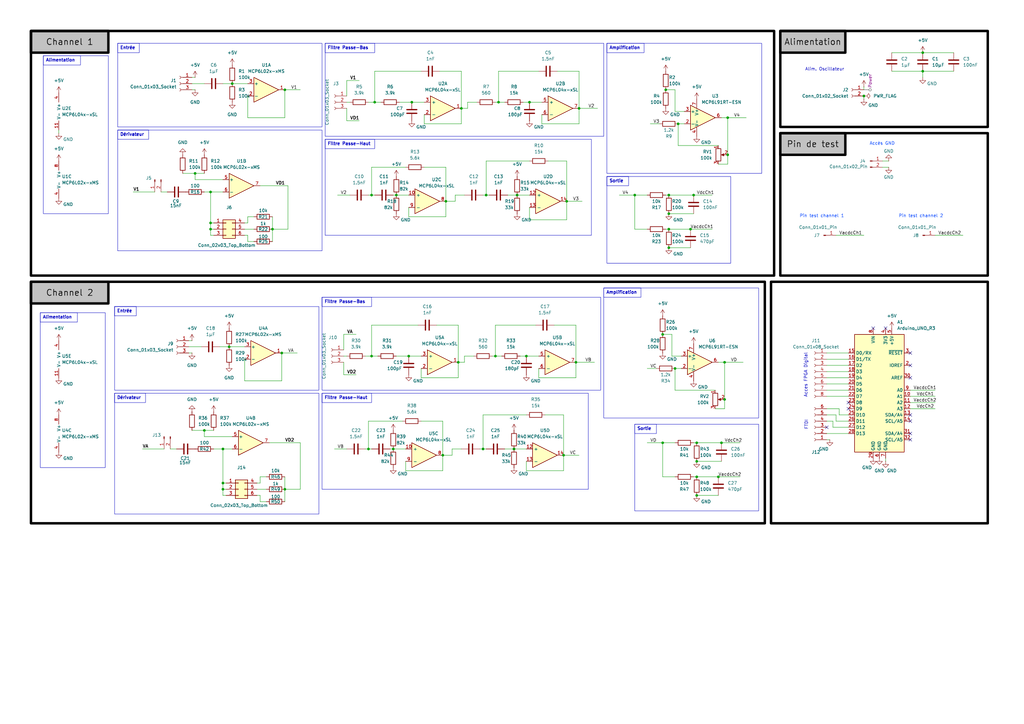
<source format=kicad_sch>
(kicad_sch (version 20250114) (generator "eeschema") (generator_version "9.0")
  (paper "A3")
  (title_block (title "Filtre FPGA OCTAVie") (date "2024-11-09") (rev "V1"))
  (rectangle (start 247.65 118.11) (end 311.15 171.45))
  (rectangle (start 12.7 12.7) (end 317.5 113.03) (stroke (width 1) (color 0 0 0 1)))
  (rectangle (start 320.04 12.7) (end 405.13 52.07) (stroke (width 1) (color 0 0 0 1)))
  (rectangle (start 132.08 161.29) (end 241.3 200.66))
  (rectangle (start 12.7 115.57) (end 313.69 214.63) (stroke (width 1) (color 0 0 0 1)))
  (rectangle (start 17.78 22.86) (end 44.45 87.63))
  (rectangle (start 133.35 17.78) (end 247.65 55.88))
  (rectangle (start 48.26 53.34) (end 132.08 102.87))
  (rectangle (start 132.08 121.92) (end 246.38 160.02))
  (rectangle (start 316.23 115.57) (end 405.13 214.63) (stroke (width 1) (color 0 0 0 1)))
  (rectangle (start 248.92 17.78) (end 312.42 71.12))
  (rectangle (start 133.35 57.15) (end 242.57 96.52))
  (rectangle (start 260.35 173.99) (end 311.15 209.55))
  (rectangle (start 46.99 161.29) (end 130.81 210.82))
  (rectangle (start 16.51 128.27) (end 43.18 191.77))
  (rectangle (start 248.92 72.39) (end 299.72 107.95))
  (rectangle (start 320.04 54.61) (end 405.13 113.03) (stroke (width 1) (color 0 0 0 1)))
  (rectangle (start 48.26 17.78) (end 132.08 52.07))
  (rectangle (start 46.99 125.73) (end 130.81 160.02))
  (text "Alim. Oscillateur" (at 330.2 29.21 0) (effects (font (size 1.27 1.27)) (justify left bottom)))
  (text "FTDI" (at 331.47 176.276 90) (effects (font (size 1.27 1.27)) (justify left bottom)))
  (text "Pin test channel 1\n" (at 327.914 89.408 0) (effects (font (size 1.27 1.27)) (justify left bottom)))
  (text "Accès GND" (at 356.616 59.69 0) (effects (font (size 1.27 1.27)) (justify left bottom)))
  (text "Acces FPGA Digital" (at 331.216 163.068 90) (effects (font (size 1.27 1.27)) (justify left bottom)))
  (text "Pin test channel 2" (at 368.554 89.408 0) (effects (font (size 1.27 1.27)) (justify left bottom)))
  (text_box "Alimentation" (at 17.78 22.86 0) (size 15.24 3.81) (margins 0.9525 0.9525 0.9525 0.9525) (effects (font (size 1.27 1.27) (bold yes)) (justify left top)))
  (text_box "Filtre Passe-Bas" (at 133.35 17.78 0) (size 20.32 3.81) (margins 0.9525 0.9525 0.9525 0.9525) (effects (font (size 1.27 1.27) (bold yes)) (justify left top)))
  (text_box "Dérivateur" (at 48.26 53.34 0) (size 12.7 3.81) (margins 0.9525 0.9525 0.9525 0.9525) (effects (font (size 1.27 1.27) (bold yes)) (justify left top)))
  (text_box "Entrée" (at 48.26 17.78 0) (size 8.89 3.81) (margins 0.9525 0.9525 0.9525 0.9525) (effects (font (size 1.27 1.27) (bold yes)) (justify left top)))
  (text_box "Amplification" (at 247.65 118.11 0) (size 15.24 3.81) (margins 0.9525 0.9525 0.9525 0.9525) (effects (font (size 1.27 1.27) (bold yes)) (justify left top)))
  (text_box "Filtre Passe-Haut" (at 133.35 57.15 0) (size 20.32 3.81) (margins 0.9525 0.9525 0.9525 0.9525) (effects (font (size 1.27 1.27) (bold yes)) (justify left top)))
  (text_box "Channel 2" (at 12.7 115.57 0) (size 31.75 8.89) (margins 2.375 2.375 2.375 2.375) (stroke (width 1) (color 0 0 0 1)) (fill (type color) (color 194 194 194 1)) (effects (font (size 2.5 2.5) (thickness 0.254) (bold yes))))
  (text_box "Dérivateur" (at 46.99 161.29 0) (size 12.7 3.81) (margins 0.9525 0.9525 0.9525 0.9525) (effects (font (size 1.27 1.27) (bold yes)) (justify left top)))
  (text_box "Amplification" (at 248.92 17.78 0) (size 15.24 3.81) (margins 0.9525 0.9525 0.9525 0.9525) (effects (font (size 1.27 1.27) (bold yes)) (justify left top)))
  (text_box "Channel 1" (at 12.7 12.7 0) (size 31.75 8.89) (margins 2.375 2.375 2.375 2.375) (stroke (width 1) (color 0 0 0 1)) (fill (type color) (color 194 194 194 1)) (effects (font (size 2.5 2.5) (thickness 0.254) (bold yes))))
  (text_box "Filtre Passe-Bas" (at 132.08 121.92 0) (size 20.32 3.81) (margins 0.9525 0.9525 0.9525 0.9525) (effects (font (size 1.27 1.27) (bold yes)) (justify left top)))
  (text_box "Sortie" (at 260.35 173.99 0) (size 8.89 3.81) (margins 0.9525 0.9525 0.9525 0.9525) (effects (font (size 1.27 1.27) (bold yes)) (justify left top)))
  (text_box "Alimentation" (at 320.04 12.7 0) (size 26.67 8.89) (margins 2.375 2.375 2.375 2.375) (stroke (width 1) (color 0 0 0 1)) (fill (type color) (color 194 194 194 1)) (effects (font (size 2.5 2.5) (thickness 0.254) (bold yes))))
  (text_box "Filtre Passe-Haut" (at 132.08 161.29 0) (size 20.32 3.81) (margins 0.9525 0.9525 0.9525 0.9525) (effects (font (size 1.27 1.27) (bold yes)) (justify left top)))
  (text_box "Sortie" (at 248.92 72.39 0) (size 8.89 3.81) (margins 0.9525 0.9525 0.9525 0.9525) (effects (font (size 1.27 1.27) (bold yes)) (justify left top)))
  (text_box "Alimentation" (at 16.51 128.27 0) (size 15.24 3.81) (margins 0.9525 0.9525 0.9525 0.9525) (effects (font (size 1.27 1.27) (bold yes)) (justify left top)))
  (text_box "Pin de test\n" (at 320.04 54.61 0) (size 26.67 8.89) (margins 2.375 2.375 2.375 2.375) (stroke (width 1) (color 0 0 0 1)) (fill (type color) (color 194 194 194 1)) (effects (font (size 2.5 2.5) (thickness 0.254) (bold yes))))
  (text_box "Entrée" (at 46.99 125.73 0) (size 8.89 3.81) (margins 0.9525 0.9525 0.9525 0.9525) (effects (font (size 1.27 1.27) (bold yes)) (justify left top)))
  (junction (at 274.32 80.01))
  (junction (at 189.23 44.45))
  (junction (at 162.56 80.01))
  (junction (at 236.22 148.59))
  (junction (at 91.44 184.15))
  (junction (at 274.32 101.6))
  (junction (at 378.46 21.59))
  (junction (at 298.45 63.5))
  (junction (at 278.13 50.8))
  (junction (at 271.78 181.61))
  (junction (at 199.39 80.01))
  (junction (at 80.01 71.12))
  (junction (at 198.12 184.15))
  (junction (at 161.29 184.15))
  (junction (at 91.44 198.12))
  (junction (at 182.88 82.55))
  (junction (at 86.36 93.98))
  (junction (at 271.78 137.16))
  (junction (at 354.33 39.37))
  (junction (at 210.82 184.15))
  (junction (at 151.13 184.15))
  (junction (at 285.75 181.61))
  (junction (at 153.67 41.91))
  (junction (at 91.44 200.66))
  (junction (at 187.96 148.59))
  (junction (at 276.86 151.13))
  (junction (at 285.75 189.23))
  (junction (at 378.46 29.21))
  (junction (at 111.76 93.98))
  (junction (at 297.18 163.83))
  (junction (at 285.75 203.2))
  (junction (at 217.17 41.91))
  (junction (at 115.57 144.78))
  (junction (at 116.84 36.83))
  (junction (at 231.14 186.69))
  (junction (at 297.18 148.59))
  (junction (at 294.64 195.58))
  (junction (at 237.49 44.45))
  (junction (at 167.64 146.05))
  (junction (at 204.47 41.91))
  (junction (at 273.05 36.83))
  (junction (at 285.75 195.58))
  (junction (at 95.25 34.29))
  (junction (at 116.84 200.66))
  (junction (at 83.82 176.53))
  (junction (at 86.36 78.74))
  (junction (at 215.9 146.05))
  (junction (at 274.32 87.63))
  (junction (at 168.91 41.91))
  (junction (at 274.32 93.98))
  (junction (at 232.41 82.55))
  (junction (at 181.61 186.69))
  (junction (at 152.4 146.05))
  (junction (at 260.35 80.01))
  (junction (at 152.4 80.01))
  (junction (at 298.45 48.26))
  (junction (at 212.09 80.01))
  (junction (at 203.2 146.05))
  (junction (at 295.91 181.61))
  (junction (at 86.36 91.44))
  (junction (at 283.21 93.98))
  (junction (at 93.98 142.24))
  (junction (at 284.48 80.01))
  (no_connect (at 373.38 177.8))
  (no_connect (at 347.98 167.64))
  (no_connect (at 347.98 165.1))
  (no_connect (at 373.38 170.18))
  (no_connect (at 373.38 149.86))
  (no_connect (at 358.14 134.62))
  (no_connect (at 373.38 154.94))
  (no_connect (at 373.38 172.72))
  (no_connect (at 373.38 180.34))
  (no_connect (at 373.38 144.78))
  (no_connect (at 363.22 134.62))
  (no_connect (at 339.09 175.26))
  (wire (pts (xy 203.2 41.91) (xy 204.47 41.91)))
  (wire (pts (xy 190.5 146.05) (xy 190.5 148.59)))
  (wire (pts (xy 266.7 50.8) (xy 270.51 50.8)))
  (wire (pts (xy 217.17 85.09) (xy 217.17 90.17)))
  (wire (pts (xy 208.28 80.01) (xy 212.09 80.01)))
  (wire (pts (xy 78.74 176.53) (xy 83.82 176.53)))
  (wire (pts (xy 91.44 200.66) (xy 91.44 198.12)))
  (wire (pts (xy 87.63 184.15) (xy 91.44 184.15)))
  (wire (pts (xy 142.24 33.02) (xy 147.32 33.02)))
  (wire (pts (xy 168.91 41.91) (xy 173.99 41.91)))
  (wire (pts (xy 297.18 163.83) (xy 297.18 148.59)))
  (wire (pts (xy 339.09 162.56) (xy 347.98 162.56)))
  (wire (pts (xy 276.86 195.58) (xy 271.78 195.58)))
  (wire (pts (xy 152.4 68.58) (xy 152.4 80.01)))
  (wire (pts (xy 116.84 36.83) (xy 116.84 48.26)))
  (wire (pts (xy 274.32 93.98) (xy 283.21 93.98)))
  (wire (pts (xy 231.14 193.04) (xy 231.14 186.69)))
  (wire (pts (xy 100.33 147.32) (xy 100.33 156.21)))
  (wire (pts (xy 339.09 180.34) (xy 340.36 180.34)))
  (wire (pts (xy 275.59 146.05) (xy 275.59 137.16)))
  (wire (pts (xy 203.2 133.35) (xy 203.2 146.05)))
  (wire (pts (xy 276.86 45.72) (xy 276.86 36.83)))
  (wire (pts (xy 77.47 139.7) (xy 78.74 139.7)))
  (wire (pts (xy 162.56 146.05) (xy 167.64 146.05)))
  (wire (pts (xy 344.17 167.64) (xy 344.17 170.18)))
  (wire (pts (xy 101.6 99.06) (xy 104.14 99.06)))
  (wire (pts (xy 105.41 198.12) (xy 106.68 198.12)))
  (wire (pts (xy 92.71 203.2) (xy 91.44 203.2)))
  (wire (pts (xy 173.99 68.58) (xy 182.88 68.58)))
  (wire (pts (xy 365.76 21.59) (xy 378.46 21.59)))
  (wire (pts (xy 123.19 181.61) (xy 123.19 200.66)))
  (wire (pts (xy 116.84 36.83) (xy 123.19 36.83)))
  (wire (pts (xy 265.43 151.13) (xy 269.24 151.13)))
  (wire (pts (xy 105.41 200.66) (xy 109.22 200.66)))
  (wire (pts (xy 106.68 76.2) (xy 118.11 76.2)))
  (wire (pts (xy 339.09 170.18) (xy 342.9 170.18)))
  (wire (pts (xy 91.44 184.15) (xy 91.44 198.12)))
  (wire (pts (xy 100.33 96.52) (xy 101.6 96.52)))
  (wire (pts (xy 83.82 78.74) (xy 86.36 78.74)))
  (wire (pts (xy 295.91 48.26) (xy 298.45 48.26)))
  (wire (pts (xy 339.09 177.8) (xy 347.98 177.8)))
  (wire (pts (xy 140.97 137.16) (xy 146.05 137.16)))
  (wire (pts (xy 165.1 172.72) (xy 151.13 172.72)))
  (wire (pts (xy 339.09 149.86) (xy 347.98 149.86)))
  (wire (pts (xy 297.18 167.64) (xy 297.18 163.83)))
  (wire (pts (xy 149.86 146.05) (xy 152.4 146.05)))
  (wire (pts (xy 198.12 184.15) (xy 199.39 184.15)))
  (wire (pts (xy 166.37 189.23) (xy 166.37 193.04)))
  (wire (pts (xy 151.13 184.15) (xy 152.4 184.15)))
  (wire (pts (xy 276.86 151.13) (xy 276.86 160.02)))
  (wire (pts (xy 161.29 80.01) (xy 162.56 80.01)))
  (wire (pts (xy 185.42 184.15) (xy 185.42 186.69)))
  (wire (pts (xy 137.16 184.15) (xy 142.24 184.15)))
  (wire (pts (xy 138.43 80.01) (xy 143.51 80.01)))
  (wire (pts (xy 271.78 195.58) (xy 271.78 181.61)))
  (wire (pts (xy 354.33 35.56) (xy 354.33 36.83)))
  (wire (pts (xy 265.43 181.61) (xy 271.78 181.61)))
  (wire (pts (xy 153.67 41.91) (xy 156.21 41.91)))
  (wire (pts (xy 140.97 143.51) (xy 140.97 137.16)))
  (wire (pts (xy 172.72 154.94) (xy 187.96 154.94)))
  (wire (pts (xy 339.09 154.94) (xy 347.98 154.94)))
  (wire (pts (xy 224.79 66.04) (xy 232.41 66.04)))
  (wire (pts (xy 378.46 21.59) (xy 391.16 21.59)))
  (wire (pts (xy 186.69 80.01) (xy 186.69 82.55)))
  (wire (pts (xy 160.02 184.15) (xy 161.29 184.15)))
  (wire (pts (xy 77.47 142.24) (xy 82.55 142.24)))
  (wire (pts (xy 78.74 36.83) (xy 80.01 36.83)))
  (wire (pts (xy 100.33 91.44) (xy 101.6 91.44)))
  (wire (pts (xy 182.88 88.9) (xy 182.88 82.55)))
  (wire (pts (xy 265.43 93.98) (xy 260.35 93.98)))
  (wire (pts (xy 339.09 157.48) (xy 347.98 157.48)))
  (wire (pts (xy 69.85 184.15) (xy 72.39 184.15)))
  (wire (pts (xy 339.09 144.78) (xy 347.98 144.78)))
  (wire (pts (xy 341.63 172.72) (xy 341.63 175.26)))
  (wire (pts (xy 285.75 181.61) (xy 295.91 181.61)))
  (wire (pts (xy 237.49 44.45) (xy 245.11 44.45)))
  (wire (pts (xy 220.98 154.94) (xy 236.22 154.94)))
  (wire (pts (xy 162.56 80.01) (xy 167.64 80.01)))
  (wire (pts (xy 203.2 146.05) (xy 205.74 146.05)))
  (wire (pts (xy 140.97 153.67) (xy 146.05 153.67)))
  (wire (pts (xy 354.33 39.37) (xy 354.33 40.64)))
  (wire (pts (xy 213.36 146.05) (xy 215.9 146.05)))
  (wire (pts (xy 115.57 144.78) (xy 121.92 144.78)))
  (wire (pts (xy 80.01 73.66) (xy 80.01 71.12)))
  (wire (pts (xy 173.99 46.99) (xy 173.99 50.8)))
  (wire (pts (xy 232.41 66.04) (xy 232.41 82.55)))
  (wire (pts (xy 152.4 80.01) (xy 153.67 80.01)))
  (wire (pts (xy 91.44 73.66) (xy 80.01 73.66)))
  (wire (pts (xy 273.05 93.98) (xy 274.32 93.98)))
  (wire (pts (xy 111.76 88.9) (xy 111.76 93.98)))
  (wire (pts (xy 378.46 29.21) (xy 391.16 29.21)))
  (wire (pts (xy 276.86 36.83) (xy 273.05 36.83)))
  (wire (pts (xy 294.64 195.58) (xy 303.53 195.58)))
  (wire (pts (xy 284.48 80.01) (xy 292.1 80.01)))
  (wire (pts (xy 217.17 41.91) (xy 222.25 41.91)))
  (wire (pts (xy 91.44 203.2) (xy 91.44 200.66)))
  (wire (pts (xy 106.68 205.74) (xy 109.22 205.74)))
  (wire (pts (xy 172.72 151.13) (xy 172.72 154.94)))
  (wire (pts (xy 283.21 93.98) (xy 292.1 93.98)))
  (wire (pts (xy 198.12 80.01) (xy 199.39 80.01)))
  (wire (pts (xy 179.07 133.35) (xy 187.96 133.35)))
  (wire (pts (xy 341.63 175.26) (xy 347.98 175.26)))
  (wire (pts (xy 231.14 170.18) (xy 231.14 186.69)))
  (wire (pts (xy 254 80.01) (xy 260.35 80.01)))
  (wire (pts (xy 194.31 146.05) (xy 190.5 146.05)))
  (wire (pts (xy 222.25 46.99) (xy 222.25 50.8)))
  (wire (pts (xy 191.77 44.45) (xy 189.23 44.45)))
  (wire (pts (xy 274.32 80.01) (xy 284.48 80.01)))
  (wire (pts (xy 142.24 41.91) (xy 143.51 41.91)))
  (wire (pts (xy 86.36 93.98) (xy 86.36 91.44)))
  (wire (pts (xy 365.76 29.21) (xy 378.46 29.21)))
  (wire (pts (xy 91.44 184.15) (xy 95.25 184.15)))
  (wire (pts (xy 285.75 195.58) (xy 294.64 195.58)))
  (wire (pts (xy 116.84 195.58) (xy 116.84 200.66)))
  (wire (pts (xy 284.48 195.58) (xy 285.75 195.58)))
  (wire (pts (xy 173.99 50.8) (xy 189.23 50.8)))
  (wire (pts (xy 363.22 189.23) (xy 363.22 187.96)))
  (wire (pts (xy 271.78 181.61) (xy 276.86 181.61)))
  (wire (pts (xy 214.63 41.91) (xy 217.17 41.91)))
  (wire (pts (xy 100.33 93.98) (xy 104.14 93.98)))
  (wire (pts (xy 279.4 146.05) (xy 275.59 146.05)))
  (wire (pts (xy 172.72 29.21) (xy 153.67 29.21)))
  (wire (pts (xy 220.98 29.21) (xy 204.47 29.21)))
  (wire (pts (xy 86.36 78.74) (xy 91.44 78.74)))
  (wire (pts (xy 237.49 50.8) (xy 237.49 44.45)))
  (wire (pts (xy 93.98 142.24) (xy 100.33 142.24)))
  (wire (pts (xy 189.23 184.15) (xy 185.42 184.15)))
  (wire (pts (xy 344.17 170.18) (xy 347.98 170.18)))
  (wire (pts (xy 339.09 172.72) (xy 341.63 172.72)))
  (wire (pts (xy 222.25 50.8) (xy 237.49 50.8)))
  (wire (pts (xy 217.17 66.04) (xy 199.39 66.04)))
  (wire (pts (xy 361.95 66.04) (xy 364.49 66.04)))
  (wire (pts (xy 161.29 184.15) (xy 166.37 184.15)))
  (wire (pts (xy 106.68 198.12) (xy 106.68 195.58)))
  (wire (pts (xy 383.54 96.52) (xy 394.97 96.52)))
  (wire (pts (xy 86.36 91.44) (xy 87.63 91.44)))
  (wire (pts (xy 201.93 146.05) (xy 203.2 146.05)))
  (wire (pts (xy 215.9 146.05) (xy 220.98 146.05)))
  (wire (pts (xy 78.74 34.29) (xy 83.82 34.29)))
  (wire (pts (xy 196.85 184.15) (xy 198.12 184.15)))
  (wire (pts (xy 278.13 59.69) (xy 294.64 59.69)))
  (wire (pts (xy 210.82 184.15) (xy 215.9 184.15)))
  (wire (pts (xy 373.38 160.02) (xy 383.54 160.02)))
  (wire (pts (xy 217.17 90.17) (xy 232.41 90.17)))
  (wire (pts (xy 219.71 133.35) (xy 203.2 133.35)))
  (wire (pts (xy 172.72 172.72) (xy 181.61 172.72)))
  (wire (pts (xy 182.88 82.55) (xy 186.69 82.55)))
  (wire (pts (xy 101.6 48.26) (xy 116.84 48.26)))
  (wire (pts (xy 231.14 186.69) (xy 237.49 186.69)))
  (wire (pts (xy 236.22 133.35) (xy 236.22 148.59)))
  (wire (pts (xy 83.82 179.07) (xy 83.82 176.53)))
  (wire (pts (xy 212.09 80.01) (xy 217.17 80.01)))
  (wire (pts (xy 204.47 29.21) (xy 204.47 41.91)))
  (wire (pts (xy 80.01 71.12) (xy 83.82 71.12)))
  (wire (pts (xy 77.47 144.78) (xy 78.74 144.78)))
  (wire (pts (xy 215.9 170.18) (xy 198.12 170.18)))
  (wire (pts (xy 232.41 90.17) (xy 232.41 82.55)))
  (wire (pts (xy 191.77 41.91) (xy 191.77 44.45)))
  (wire (pts (xy 163.83 41.91) (xy 168.91 41.91)))
  (wire (pts (xy 101.6 88.9) (xy 104.14 88.9)))
  (wire (pts (xy 91.44 198.12) (xy 92.71 198.12)))
  (wire (pts (xy 199.39 80.01) (xy 200.66 80.01)))
  (wire (pts (xy 167.64 146.05) (xy 172.72 146.05)))
  (wire (pts (xy 207.01 184.15) (xy 210.82 184.15)))
  (wire (pts (xy 151.13 80.01) (xy 152.4 80.01)))
  (wire (pts (xy 101.6 91.44) (xy 101.6 88.9)))
  (wire (pts (xy 215.9 189.23) (xy 215.9 193.04)))
  (wire (pts (xy 87.63 96.52) (xy 86.36 96.52)))
  (wire (pts (xy 220.98 151.13) (xy 220.98 154.94)))
  (wire (pts (xy 227.33 133.35) (xy 236.22 133.35)))
  (wire (pts (xy 110.49 181.61) (xy 123.19 181.61)))
  (wire (pts (xy 278.13 50.8) (xy 278.13 59.69)))
  (wire (pts (xy 180.34 29.21) (xy 189.23 29.21)))
  (wire (pts (xy 182.88 68.58) (xy 182.88 82.55)))
  (wire (pts (xy 78.74 31.75) (xy 80.01 31.75)))
  (wire (pts (xy 111.76 93.98) (xy 118.11 93.98)))
  (wire (pts (xy 74.93 71.12) (xy 80.01 71.12)))
  (wire (pts (xy 95.25 34.29) (xy 101.6 34.29)))
  (wire (pts (xy 339.09 152.4) (xy 347.98 152.4)))
  (wire (pts (xy 105.41 203.2) (xy 106.68 203.2)))
  (wire (pts (xy 378.46 29.21) (xy 378.46 31.75)))
  (wire (pts (xy 181.61 193.04) (xy 181.61 186.69)))
  (wire (pts (xy 86.36 78.74) (xy 86.36 91.44)))
  (wire (pts (xy 153.67 29.21) (xy 153.67 41.91)))
  (wire (pts (xy 373.38 167.64) (xy 383.54 167.64)))
  (wire (pts (xy 276.86 160.02) (xy 293.37 160.02)))
  (wire (pts (xy 166.37 193.04) (xy 181.61 193.04)))
  (wire (pts (xy 298.45 63.5) (xy 298.45 48.26)))
  (wire (pts (xy 189.23 29.21) (xy 189.23 44.45)))
  (wire (pts (xy 181.61 172.72) (xy 181.61 186.69)))
  (wire (pts (xy 166.37 68.58) (xy 152.4 68.58)))
  (wire (pts (xy 106.68 195.58) (xy 109.22 195.58)))
  (wire (pts (xy 116.84 200.66) (xy 123.19 200.66)))
  (wire (pts (xy 342.9 170.18) (xy 342.9 172.72)))
  (wire (pts (xy 228.6 29.21) (xy 237.49 29.21)))
  (wire (pts (xy 140.97 146.05) (xy 142.24 146.05)))
  (wire (pts (xy 223.52 170.18) (xy 231.14 170.18)))
  (wire (pts (xy 280.67 45.72) (xy 276.86 45.72)))
  (wire (pts (xy 187.96 133.35) (xy 187.96 148.59)))
  (wire (pts (xy 142.24 44.45) (xy 142.24 49.53)))
  (wire (pts (xy 142.24 49.53) (xy 147.32 49.53)))
  (wire (pts (xy 285.75 189.23) (xy 295.91 189.23)))
  (wire (pts (xy 115.57 144.78) (xy 115.57 156.21)))
  (wire (pts (xy 236.22 148.59) (xy 243.84 148.59)))
  (wire (pts (xy 342.9 96.52) (xy 354.33 96.52)))
  (wire (pts (xy 294.64 67.31) (xy 298.45 67.31)))
  (wire (pts (xy 273.05 80.01) (xy 274.32 80.01)))
  (wire (pts (xy 260.35 80.01) (xy 265.43 80.01)))
  (wire (pts (xy 101.6 39.37) (xy 101.6 48.26)))
  (wire (pts (xy 236.22 154.94) (xy 236.22 148.59)))
  (wire (pts (xy 111.76 93.98) (xy 111.76 99.06)))
  (wire (pts (xy 339.09 147.32) (xy 347.98 147.32)))
  (wire (pts (xy 116.84 200.66) (xy 116.84 205.74)))
  (wire (pts (xy 373.38 162.56) (xy 383.54 162.56)))
  (wire (pts (xy 276.86 151.13) (xy 279.4 151.13)))
  (wire (pts (xy 232.41 82.55) (xy 238.76 82.55)))
  (wire (pts (xy 190.5 148.59) (xy 187.96 148.59)))
  (wire (pts (xy 189.23 44.45) (xy 189.23 50.8)))
  (wire (pts (xy 149.86 184.15) (xy 151.13 184.15)))
  (wire (pts (xy 86.36 96.52) (xy 86.36 93.98)))
  (wire (pts (xy 118.11 76.2) (xy 118.11 93.98)))
  (wire (pts (xy 100.33 156.21) (xy 115.57 156.21)))
  (wire (pts (xy 284.48 181.61) (xy 285.75 181.61)))
  (wire (pts (xy 260.35 93.98) (xy 260.35 80.01)))
  (wire (pts (xy 339.09 160.02) (xy 347.98 160.02)))
  (wire (pts (xy 215.9 193.04) (xy 231.14 193.04)))
  (wire (pts (xy 152.4 146.05) (xy 154.94 146.05)))
  (wire (pts (xy 373.38 165.1) (xy 383.54 165.1)))
  (wire (pts (xy 66.04 78.74) (xy 68.58 78.74)))
  (wire (pts (xy 274.32 87.63) (xy 284.48 87.63)))
  (wire (pts (xy 293.37 167.64) (xy 297.18 167.64)))
  (wire (pts (xy 361.95 68.58) (xy 364.49 68.58)))
  (wire (pts (xy 295.91 181.61) (xy 303.53 181.61)))
  (wire (pts (xy 199.39 66.04) (xy 199.39 80.01)))
  (wire (pts (xy 83.82 176.53) (xy 87.63 176.53)))
  (wire (pts (xy 167.64 88.9) (xy 182.88 88.9)))
  (wire (pts (xy 24.13 54.61) (xy 24.13 53.34)))
  (wire (pts (xy 91.44 200.66) (xy 92.71 200.66)))
  (wire (pts (xy 181.61 186.69) (xy 185.42 186.69)))
  (wire (pts (xy 58.42 184.15) (xy 67.31 184.15)))
  (wire (pts (xy 142.24 39.37) (xy 142.24 33.02)))
  (wire (pts (xy 86.36 93.98) (xy 87.63 93.98)))
  (wire (pts (xy 274.32 101.6) (xy 283.21 101.6)))
  (wire (pts (xy 195.58 41.91) (xy 191.77 41.91)))
  (wire (pts (xy 106.68 203.2) (xy 106.68 205.74)))
  (wire (pts (xy 204.47 41.91) (xy 207.01 41.91)))
  (wire (pts (xy 297.18 148.59) (xy 304.8 148.59)))
  (wire (pts (xy 285.75 203.2) (xy 294.64 203.2)))
  (wire (pts (xy 101.6 96.52) (xy 101.6 99.06)))
  (wire (pts (xy 187.96 148.59) (xy 187.96 154.94)))
  (wire (pts (xy 342.9 172.72) (xy 347.98 172.72)))
  (wire (pts (xy 91.44 34.29) (xy 95.25 34.29)))
  (wire (pts (xy 278.13 50.8) (xy 280.67 50.8)))
  (wire (pts (xy 171.45 133.35) (xy 152.4 133.35)))
  (wire (pts (xy 167.64 85.09) (xy 167.64 88.9)))
  (wire (pts (xy 151.13 41.91) (xy 153.67 41.91)))
  (wire (pts (xy 54.61 78.74) (xy 63.5 78.74)))
  (wire (pts (xy 152.4 133.35) (xy 152.4 146.05)))
  (wire (pts (xy 298.45 48.26) (xy 306.07 48.26)))
  (wire (pts (xy 190.5 80.01) (xy 186.69 80.01)))
  (wire (pts (xy 198.12 170.18) (xy 198.12 184.15)))
  (wire (pts (xy 151.13 172.72) (xy 151.13 184.15)))
  (wire (pts (xy 237.49 29.21) (xy 237.49 44.45)))
  (wire (pts (xy 95.25 179.07) (xy 83.82 179.07)))
  (wire (pts (xy 90.17 142.24) (xy 93.98 142.24)))
  (wire (pts (xy 275.59 137.16) (xy 271.78 137.16)))
  (wire (pts (xy 140.97 148.59) (xy 140.97 153.67)))
  (wire (pts (xy 339.09 167.64) (xy 344.17 167.64)))
  (wire (pts (xy 298.45 67.31) (xy 298.45 63.5)))
  (wire (pts (xy 294.64 148.59) (xy 297.18 148.59)))
  (label "VA" (at 142.24 137.16 0) (effects (font (bold yes))))
  (label "VacdcCh2" (at 294.64 195.58 0))
  (label "V2" (at 241.3 44.45 0))
  (label "V3" (at 267.97 50.8 0))
  (label "VD2" (at 116.84 181.61 0) (effects (font (bold yes))))
  (label "VB" (at 138.43 184.15 0))
  (label "VD" (at 299.72 148.59 0))
  (label "V1" (at 54.61 78.74 0) (effects (font (bold yes))))
  (label "V3" (at 234.95 82.55 0))
  (label "VdcCh1" (at 375.92 162.56 0))
  (label "VacdcCh2" (at 374.65 165.1 0))
  (label "VC" (at 233.68 186.69 0))
  (label "VdcCh1" (at 285.75 80.01 0))
  (label "V2" (at 139.7 80.01 0))
  (label "VacdcCh1" (at 374.65 160.02 0))
  (label "VacdcCh1" (at 344.17 96.52 0))
  (label "V4" (at 300.99 48.26 0))
  (label "VA" (at 58.42 184.15 0) (effects (font (bold yes))))
  (label "V4" (at 255.27 80.01 0))
  (label "VD2" (at 142.24 153.67 0) (effects (font (bold yes))))
  (label "VD1" (at 143.51 49.53 0) (effects (font (bold yes))))
  (label "VA" (at 118.11 144.78 0))
  (label "VD" (at 266.7 181.61 0))
  (label "VC" (at 266.7 151.13 0))
  (label "VacdcCh2" (at 384.81 96.52 0))
  (label "V1" (at 143.51 33.02 0) (effects (font (bold yes))))
  (label "VD1" (at 113.03 76.2 0) (effects (font (bold yes))))
  (label "V1" (at 119.38 36.83 0))
  (label "VdcCh2" (at 297.18 181.61 0))
  (label "VdcCh2" (at 375.92 167.64 0))
  (label "VacdcCh1" (at 283.21 93.98 0))
  (label "VB" (at 240.03 148.59 0))
  (netclass_flag "" (length 2.54) (shape round) (at 354.33 36.83 270) (property "Netclass" "Power" (at 356.87 36.1315 90) (effects (font (italic yes)) (justify left))))
  (symbol (lib_id "Device:R") (at 170.18 68.58 90) (unit 1)
    (property "Reference" "R13" (at 170.18 62.23 90))
    (property "Value" "5.6k" (at 170.18 64.77 90))
    (property "Footprint" "Resistor_SMD:R_0805_2012Metric" (effects (hide yes)))
    (property "Description" "Resistor" (effects (hide yes)))
    (property "Manufacturer Part Number" "ERJ-P06J562V" (effects (hide yes)))
    (property "Manufacturer Name" "Panasonic Electronic Components" (effects (hide yes)))
    (property "MF" "Panasonic Electronic Components" (effects (hide yes)))
    (property "MP" "ERJ-P06J562V" (effects (hide yes)))
  )
  (symbol (lib_id "power:GND") (at 95.25 41.91 0) (unit 1)
    (property "Reference" "#PWR011" (effects (hide yes)))
    (property "Value" "GND" (at 95.25 46.99 0))
    (property "Description" "Power symbol creates a global label with name \"GND\" , ground" (effects (hide yes)))
  )
  (symbol (lib_id "Amplifier_Operational:MCP6L04x-xSL") (at 181.61 44.45 0) (unit 1)
    (property "Reference" "U2" (at 181.61 34.29 0))
    (property "Value" "MCP6L04x-xSL" (at 181.61 36.83 0))
    (property "Footprint" "Package_SO:SOIC-14_3.9x8.7mm_P1.27mm" (effects (hide yes)))
    (property "Datasheet" "http://ww1.microchip.com/downloads/en/devicedoc/22140b.pdf" (effects (hide yes)))
    (property "Description" "Quad, 1 MHz, 85µA, Rail-to-Rail input and output, SOIC-14" (effects (hide yes)))
    (property "Manufacturer Part Number" "MCP6024-I/SL" (effects (hide yes)))
    (property "Manufacturer Name" "Microchip Technology" (effects (hide yes)))
    (property "MF" "Microchip Technology" (effects (hide yes)))
    (property "MP" "MCP6024-I/SL" (effects (hide yes)))
  )
  (symbol (lib_id "Device:R") (at 146.05 146.05 90) (unit 1)
    (property "Reference" "R30" (at 146.05 139.7 90))
    (property "Value" "3.9k" (at 146.05 142.24 90))
    (property "Footprint" "Resistor_SMD:R_0805_2012Metric" (effects (hide yes)))
    (property "Description" "Resistor" (effects (hide yes)))
    (property "Manufacturer Part Number" "ERJ-P06J392V" (effects (hide yes)))
    (property "Manufacturer Name" "Panasonic Electronic Components" (effects (hide yes)))
    (property "MF" "Panasonic Electronic Components" (effects (hide yes)))
    (property "MP" "ERJ-P06J392V" (effects (hide yes)))
  )
  (symbol (lib_id "power:GND") (at 284.48 156.21 0) (unit 1)
    (property "Reference" "#PWR041" (effects (hide yes)))
    (property "Value" "GND" (at 288.29 158.75 0))
    (property "Description" "Power symbol creates a global label with name \"GND\" , ground" (effects (hide yes)))
  )
  (symbol (lib_id "Device:C") (at 295.91 185.42 180) (unit 1)
    (property "Reference" "C26" (at 299.72 184.15 0) (effects (justify right)))
    (property "Value" "100nF" (at 299.72 186.69 0) (effects (justify right)))
    (property "Footprint" "Capacitor_SMD:C_0805_2012Metric" (effects (hide yes)))
    (property "Description" "Unpolarized capacitor" (effects (hide yes)))
    (property "Manufacturer Part Number" "C0805C104M5RAC7800" (effects (hide yes)))
    (property "Manufacturer Name" "KEMET" (effects (hide yes)))
    (property "MF" "KEMET" (effects (hide yes)))
    (property "MP" "C0805C104M5RAC7800" (effects (hide yes)))
  )
  (symbol (lib_id "power:GND") (at 24.13 81.28 0) (unit 1)
    (property "Reference" "#PWR024" (effects (hide yes)))
    (property "Value" "GND" (at 27.94 83.82 0))
    (property "Description" "Power symbol creates a global label with name \"GND\" , ground" (effects (hide yes)))
  )
  (symbol (lib_id "Device:R") (at 113.03 195.58 90) (unit 1)
    (property "Reference" "R46" (at 113.03 195.58 90))
    (property "Value" "10k" (at 113.03 193.04 90))
    (property "Footprint" "Resistor_SMD:R_0805_2012Metric" (effects (hide yes)))
    (property "Description" "Resistor" (effects (hide yes)))
    (property "Manufacturer Part Number" "ERJ-P06J103V" (effects (hide yes)))
    (property "Manufacturer Name" "Panasonic Electronic Components" (effects (hide yes)))
    (property "MF" "Panasonic Electronic Components" (effects (hide yes)))
    (property "MP" "ERJ-P06J103V" (effects (hide yes)))
  )
  (symbol (lib_id "power:GND") (at 360.68 187.96 0) (unit 1)
    (property "Reference" "#PWR050" (effects (hide yes)))
    (property "Value" "GND" (at 360.68 193.04 0))
    (property "Description" "Power symbol creates a global label with name \"GND\" , ground" (effects (hide yes)))
  )
  (symbol (lib_id "Amplifier_Operational:MCP6L04x-xSL") (at 175.26 82.55 0) (unit 3)
    (property "Reference" "U2" (at 179.07 73.66 0))
    (property "Value" "MCP6L04x-xSL" (at 179.07 76.2 0))
    (property "Footprint" "Package_SO:SOIC-14_3.9x8.7mm_P1.27mm" (effects (hide yes)))
    (property "Datasheet" "http://ww1.microchip.com/downloads/en/devicedoc/22140b.pdf" (effects (hide yes)))
    (property "Description" "Quad, 1 MHz, 85µA, Rail-to-Rail input and output, SOIC-14" (effects (hide yes)))
    (property "Manufacturer Part Number" "MCP6024-I/SL" (effects (hide yes)))
    (property "Manufacturer Name" "Microchip Technology" (effects (hide yes)))
    (property "MF" "Microchip Technology" (effects (hide yes)))
    (property "MP" "MCP6024-I/SL" (effects (hide yes)))
  )
  (symbol (lib_id "Device:C") (at 203.2 184.15 90) (unit 1)
    (property "Reference" "C25" (at 203.2 176.53 90))
    (property "Value" "1nF" (at 203.2 179.07 90))
    (property "Footprint" "Capacitor_SMD:C_0805_2012Metric" (effects (hide yes)))
    (property "Description" "Unpolarized capacitor" (effects (hide yes)))
    (property "Manufacturer Part Number" "C0805C102K1HAC7800" (effects (hide yes)))
    (property "Manufacturer Name" "KEMET" (effects (hide yes)))
    (property "MF" "KEMET" (effects (hide yes)))
    (property "MP" "C0805C102K1HAC7800" (effects (hide yes)))
  )
  (symbol (lib_id "Device:C") (at 223.52 133.35 90) (unit 1)
    (property "Reference" "C17" (at 223.52 125.73 90))
    (property "Value" "1.5nF" (at 223.52 128.27 90))
    (property "Footprint" "Capacitor_SMD:C_0805_2012Metric" (effects (hide yes)))
    (property "Description" "Unpolarized capacitor" (effects (hide yes)))
    (property "Manufacturer Part Number" "C0805C152K3HAC7800" (effects (hide yes)))
    (property "Manufacturer Name" "KEMET" (effects (hide yes)))
    (property "MF" "KEMET" (effects (hide yes)))
    (property "MP" "C0805C152K3HAC7800" (effects (hide yes)))
  )
  (symbol (lib_id "Device:C") (at 365.76 25.4 0) (unit 1)
    (property "Reference" "C2" (at 369.57 24.1299 0) (effects (justify left)))
    (property "Value" "1µF" (at 369.57 26.6699 0) (effects (justify left)))
    (property "Footprint" "Capacitor_SMD:C_0805_2012Metric" (effects (hide yes)))
    (property "Description" "Unpolarized capacitor" (effects (hide yes)))
    (property "Manufacturer Part Number" "C0805C105K3RAC7800" (effects (hide yes)))
    (property "Manufacturer Name" "KEMET" (effects (hide yes)))
    (property "MF" "KEMET" (effects (hide yes)))
    (property "MP" "C0805C105K3RAC7800" (effects (hide yes)))
  )
  (symbol (lib_id "Device:C") (at 193.04 184.15 90) (unit 1)
    (property "Reference" "C24" (at 193.04 176.53 90))
    (property "Value" "1nF" (at 193.04 179.07 90))
    (property "Footprint" "Capacitor_SMD:C_0805_2012Metric" (effects (hide yes)))
    (property "Description" "Unpolarized capacitor" (effects (hide yes)))
    (property "Manufacturer Part Number" "C0805C102K1HAC7800" (effects (hide yes)))
    (property "Manufacturer Name" "KEMET" (effects (hide yes)))
    (property "MF" "KEMET" (effects (hide yes)))
    (property "MP" "C0805C102K1HAC7800" (effects (hide yes)))
  )
  (symbol (lib_id "Device:R") (at 274.32 83.82 180) (unit 1)
    (property "Reference" "R20" (at 275.59 82.55 0) (effects (justify right)))
    (property "Value" "100k" (at 275.59 85.09 0) (effects (justify right)))
    (property "Footprint" "Resistor_SMD:R_0805_2012Metric" (effects (hide yes)))
    (property "Description" "Resistor" (effects (hide yes)))
    (property "Manufacturer Part Number" "ERJ-P06J104V" (effects (hide yes)))
    (property "Manufacturer Name" "Panasonic Electronic Components" (effects (hide yes)))
    (property "MF" "Panasonic Electronic Components" (effects (hide yes)))
    (property "MP" "ERJ-P06J104V" (effects (hide yes)))
  )
  (symbol (lib_id "power:GND") (at 217.17 49.53 0) (unit 1)
    (property "Reference" "#PWR014" (effects (hide yes)))
    (property "Value" "GND" (at 220.98 52.07 0))
    (property "Description" "Power symbol creates a global label with name \"GND\" , ground" (effects (hide yes)))
  )
  (symbol (lib_id "Device:R") (at 210.82 180.34 180) (unit 1)
    (property "Reference" "R40" (at 212.09 179.07 0) (effects (justify right)))
    (property "Value" "33k" (at 212.09 181.61 0) (effects (justify right)))
    (property "Footprint" "Resistor_SMD:R_0805_2012Metric" (effects (hide yes)))
    (property "Description" "Resistor" (effects (hide yes)))
    (property "Manufacturer Part Number" "ERJ-P06J333V" (effects (hide yes)))
    (property "Manufacturer Name" "Panasonic Electronic Components" (effects (hide yes)))
    (property "MF" "Panasonic Electronic Components" (effects (hide yes)))
    (property "MP" "ERJ-P06J333V" (effects (hide yes)))
  )
  (symbol (lib_id "power:GND") (at 24.13 54.61 0) (unit 1)
    (property "Reference" "#PWR015" (effects (hide yes)))
    (property "Value" "GND" (at 27.94 57.15 0))
    (property "Description" "Power symbol creates a global label with name \"GND\" , ground" (effects (hide yes)))
  )
  (symbol (lib_id "Amplifier_Operational:MCP6L04x-xSL") (at 228.6 148.59 0) (unit 2)
    (property "Reference" "U5" (at 228.6 138.43 0))
    (property "Value" "MCP6L04x-xSL" (at 228.6 140.97 0))
    (property "Footprint" "Package_SO:SOIC-14_3.9x8.7mm_P1.27mm" (effects (hide yes)))
    (property "Datasheet" "http://ww1.microchip.com/downloads/en/devicedoc/22140b.pdf" (effects (hide yes)))
    (property "Description" "Quad, 1 MHz, 85µA, Rail-to-Rail input and output, SOIC-14" (effects (hide yes)))
    (property "Manufacturer Part Number" "MCP6024-I/SL" (effects (hide yes)))
    (property "Manufacturer Name" "Microchip Technology" (effects (hide yes)))
    (property "MF" "Microchip Technology" (effects (hide yes)))
    (property "MP" "MCP6024-I/SL" (effects (hide yes)))
  )
  (symbol (lib_id "Device:R") (at 199.39 41.91 90) (unit 1)
    (property "Reference" "R7" (at 199.39 35.56 90))
    (property "Value" "560" (at 199.39 38.1 90))
    (property "Footprint" "Resistor_SMD:R_0805_2012Metric" (effects (hide yes)))
    (property "Description" "Resistor" (effects (hide yes)))
    (property "Manufacturer Part Number" "ERJ-P06J561V" (effects (hide yes)))
    (property "Manufacturer Name" "Panasonic Electronic Components" (effects (hide yes)))
    (property "MF" "Panasonic Electronic Components" (effects (hide yes)))
    (property "MP" "ERJ-P06J561V" (effects (hide yes)))
  )
  (symbol (lib_id "Amplifier_Operational:MCP6L91RT-ESN") (at 287.02 148.59 0) (unit 1)
    (property "Reference" "U6" (at 292.1 139.7 0))
    (property "Value" "MCP6L91RT-ESN" (at 294.64 142.24 0))
    (property "Footprint" "Package_SO:SOIC-8_3.9x4.9mm_P1.27mm" (effects (hide yes)))
    (property "Datasheet" "http://ww1.microchip.com/downloads/en/DeviceDoc/22141b.pdf" (effects (hide yes)))
    (property "Description" "10 MHz, 850 µA Op Amps, SOIC-8" (effects (hide yes)))
    (property "Manufacturer Part Number" "MCP6021-I/SN" (effects (hide yes)))
    (property "Manufacturer Name" "Microchip Technology" (effects (hide yes)))
    (property "MF" "Microchip Technology" (effects (hide yes)))
    (property "MP" "MCP6021-I/SN" (effects (hide yes)))
  )
  (symbol (lib_id "power:GND") (at 274.32 101.6 0) (unit 1)
    (property "Reference" "#PWR028" (effects (hide yes)))
    (property "Value" "GND" (at 278.13 104.14 0))
    (property "Description" "Power symbol creates a global label with name \"GND\" , ground" (effects (hide yes)))
  )
  (symbol (lib_id "Device:R") (at 87.63 172.72 0) (unit 1)
    (property "Reference" "R37" (at 90.17 171.45 0) (effects (justify left)))
    (property "Value" "100k" (at 90.17 173.99 0) (effects (justify left)))
    (property "Footprint" "Resistor_SMD:R_0805_2012Metric" (effects (hide yes)))
    (property "Description" "Resistor" (effects (hide yes)))
    (property "Manufacturer Part Number" "ERJ-P06J104V" (effects (hide yes)))
    (property "Manufacturer Name" "Panasonic Electronic Components" (effects (hide yes)))
    (property "MF" "Panasonic Electronic Components" (effects (hide yes)))
    (property "MP" "ERJ-P06J104V" (effects (hide yes)))
  )
  (symbol (lib_id "power:+5V") (at 78.74 139.7 0) (unit 1)
    (property "Reference" "#PWR033" (effects (hide yes)))
    (property "Value" "+5V" (at 78.74 134.62 0))
    (property "Description" "Power symbol creates a global label with name \"+5V\"" (effects (hide yes)))
  )
  (symbol (lib_id "Device:C") (at 168.91 45.72 180) (unit 1)
    (property "Reference" "C7" (at 162.56 44.45 0) (effects (justify right)))
    (property "Value" "100pF" (at 160.02 46.99 0) (effects (justify right)))
    (property "Footprint" "Capacitor_SMD:C_0805_2012Metric" (effects (hide yes)))
    (property "Description" "Unpolarized capacitor" (effects (hide yes)))
    (property "Manufacturer Part Number" "C0805C101J5GAC7800" (effects (hide yes)))
    (property "Manufacturer Name" "KEMET" (effects (hide yes)))
    (property "MF" "KEMET" (effects (hide yes)))
    (property "MP" "C0805C101J5GAC7800" (effects (hide yes)))
  )
  (symbol (lib_id "Device:C") (at 157.48 80.01 90) (unit 1)
    (property "Reference" "C11" (at 157.48 72.39 90))
    (property "Value" "1nF" (at 157.48 74.93 90))
    (property "Footprint" "Capacitor_SMD:C_0805_2012Metric" (effects (hide yes)))
    (property "Description" "Unpolarized capacitor" (effects (hide yes)))
    (property "Manufacturer Part Number" "C0805C102K1HAC7800" (effects (hide yes)))
    (property "Manufacturer Name" "KEMET" (effects (hide yes)))
    (property "MF" "KEMET" (effects (hide yes)))
    (property "MP" "C0805C102K1HAC7800" (effects (hide yes)))
  )
  (symbol (lib_id "Device:C") (at 204.47 80.01 90) (unit 1)
    (property "Reference" "C13" (at 204.47 72.39 90))
    (property "Value" "1nF" (at 204.47 74.93 90))
    (property "Footprint" "Capacitor_SMD:C_0805_2012Metric" (effects (hide yes)))
    (property "Description" "Unpolarized capacitor" (effects (hide yes)))
    (property "Manufacturer Part Number" "C0805C102K1HAC7800" (effects (hide yes)))
    (property "Manufacturer Name" "KEMET" (effects (hide yes)))
    (property "MF" "KEMET" (effects (hide yes)))
    (property "MP" "C0805C102K1HAC7800" (effects (hide yes)))
  )
  (symbol (lib_id "Device:R") (at 269.24 80.01 90) (unit 1)
    (property "Reference" "R17" (at 269.24 85.09 90))
    (property "Value" "10k" (at 269.24 82.55 90))
    (property "Footprint" "Resistor_SMD:R_0805_2012Metric" (effects (hide yes)))
    (property "Description" "Resistor" (effects (hide yes)))
    (property "Manufacturer Part Number" "ERJ-P06J103V" (effects (hide yes)))
    (property "Manufacturer Name" "Panasonic Electronic Components" (effects (hide yes)))
    (property "MF" "Panasonic Electronic Components" (effects (hide yes)))
    (property "MP" "ERJ-P06J103V" (effects (hide yes)))
  )
  (symbol (lib_id "power:+5V") (at 271.78 129.54 0) (unit 1)
    (property "Reference" "#PWR029" (effects (hide yes)))
    (property "Value" "+5V" (at 271.78 124.46 0))
    (property "Description" "Power symbol creates a global label with name \"+5V\"" (effects (hide yes)))
  )
  (symbol (lib_id "power:+5V") (at 354.33 35.56 0) (unit 1)
    (property "Reference" "#PWR06" (effects (hide yes)))
    (property "Value" "+5V" (at 354.33 30.48 0))
    (property "Description" "Power symbol creates a global label with name \"+5V\"" (effects (hide yes)))
  )
  (symbol (lib_id "Device:R") (at 107.95 99.06 90) (unit 1)
    (property "Reference" "R25" (at 107.95 99.06 90))
    (property "Value" "100" (at 107.95 97.028 90))
    (property "Footprint" "Resistor_SMD:R_0805_2012Metric" (effects (hide yes)))
    (property "Description" "Resistor" (effects (hide yes)))
    (property "Manufacturer Part Number" "ERJ-P06J101V" (effects (hide yes)))
    (property "Manufacturer Name" "Panasonic Electronic Components" (effects (hide yes)))
    (property "MF" "Panasonic Electronic Components" (effects (hide yes)))
    (property "MP" "ERJ-P06J101V" (effects (hide yes)))
  )
  (symbol (lib_id "Device:R") (at 113.03 200.66 90) (unit 1)
    (property "Reference" "R49" (at 113.03 200.66 90))
    (property "Value" "1k" (at 113.03 198.374 90))
    (property "Footprint" "Resistor_SMD:R_0805_2012Metric" (effects (hide yes)))
    (property "Description" "Resistor" (effects (hide yes)))
    (property "Manufacturer Part Number" "ERJ-P06J102V" (effects (hide yes)))
    (property "Manufacturer Name" "Panasonic Electronic Components" (effects (hide yes)))
    (property "MF" "Panasonic Electronic Components" (effects (hide yes)))
    (property "MP" "ERJ-P06J102V" (effects (hide yes)))
  )
  (symbol (lib_id "Device:R") (at 273.05 151.13 90) (unit 1)
    (property "Reference" "R34" (at 273.05 156.21 90))
    (property "Value" "1.2k" (at 273.05 153.67 90))
    (property "Footprint" "Resistor_SMD:R_0805_2012Metric" (effects (hide yes)))
    (property "Description" "Resistor" (effects (hide yes)))
    (property "Manufacturer Part Number" "ERJ-P06J122V" (effects (hide yes)))
    (property "Manufacturer Name" "Panasonic Electronic Components" (effects (hide yes)))
    (property "MF" "Panasonic Electronic Components" (effects (hide yes)))
    (property "MP" "ERJ-P06J122V" (effects (hide yes)))
  )
  (symbol (lib_id "Connector:Conn_01x03_Socket") (at 135.89 146.05 0) (mirror y) (unit 1)
    (property "Reference" "J10" (at 136.525 138.43 0))
    (property "Value" "Conn_01x03_Socket" (at 132.842 146.05 90))
    (property "Footprint" "Connector_PinHeader_2.54mm:PinHeader_1x03_P2.54mm_Vertical" (effects (hide yes)))
    (property "Description" "Generic connector, single row, 01x03, script generated" (effects (hide yes)))
    (property "Manufacturer Part Number" "PH1-03-UA" (effects (hide yes)))
    (property "Manufacturer Name" "Adam Tech" (effects (hide yes)))
    (property "MF" "Adam" (effects (hide yes)))
    (property "MP" "PH1-03-UA" (effects (hide yes)))
  )
  (symbol (lib_id "Device:R") (at 93.98 138.43 0) (unit 1)
    (property "Reference" "R27" (at 96.52 137.16 0) (effects (justify left)))
    (property "Value" "100k" (at 96.52 139.7 0) (effects (justify left)))
    (property "Footprint" "Resistor_SMD:R_0805_2012Metric" (effects (hide yes)))
    (property "Description" "Resistor" (effects (hide yes)))
    (property "Manufacturer Part Number" "ERJ-P06J104V" (effects (hide yes)))
    (property "Manufacturer Name" "Panasonic Electronic Components" (effects (hide yes)))
    (property "MF" "Panasonic Electronic Components" (effects (hide yes)))
    (property "MP" "ERJ-P06J104V" (effects (hide yes)))
  )
  (symbol (lib_id "Device:C") (at 215.9 149.86 180) (unit 1)
    (property "Reference" "C20" (at 209.55 148.59 0) (effects (justify right)))
    (property "Value" "180pF" (at 207.01 151.13 0) (effects (justify right)))
    (property "Footprint" "Capacitor_SMD:C_0805_2012Metric" (effects (hide yes)))
    (property "Description" "Unpolarized capacitor" (effects (hide yes)))
    (property "Manufacturer Part Number" "C0805C181K5GAC7800" (effects (hide yes)))
    (property "Manufacturer Name" "KEMET" (effects (hide yes)))
    (property "MF" "KEMET" (effects (hide yes)))
    (property "MP" "C0805C181K5GAC7800" (effects (hide yes)))
  )
  (symbol (lib_id "power:+5V") (at 95.25 26.67 0) (unit 1)
    (property "Reference" "#PWR02" (effects (hide yes)))
    (property "Value" "+5V" (at 95.25 21.59 0))
    (property "Description" "Power symbol creates a global label with name \"+5V\"" (effects (hide yes)))
  )
  (symbol (lib_id "power:GND") (at 168.91 49.53 0) (unit 1)
    (property "Reference" "#PWR013" (effects (hide yes)))
    (property "Value" "GND" (at 172.72 52.07 0))
    (property "Description" "Power symbol creates a global label with name \"GND\" , ground" (effects (hide yes)))
  )
  (symbol (lib_id "Device:R") (at 74.93 67.31 0) (unit 1)
    (property "Reference" "R11" (at 77.47 66.04 0) (effects (justify left)))
    (property "Value" "100k" (at 77.47 68.58 0) (effects (justify left)))
    (property "Footprint" "Resistor_SMD:R_0805_2012Metric" (effects (hide yes)))
    (property "Description" "Resistor" (effects (hide yes)))
    (property "Manufacturer Part Number" "ERJ-P06J104V" (effects (hide yes)))
    (property "Manufacturer Name" "Panasonic Electronic Components" (effects (hide yes)))
    (property "MF" "Panasonic Electronic Components" (effects (hide yes)))
    (property "MP" "ERJ-P06J104V" (effects (hide yes)))
  )
  (symbol (lib_id "power:+5V") (at 273.05 29.21 0) (unit 1)
    (property "Reference" "#PWR03" (effects (hide yes)))
    (property "Value" "+5V" (at 273.05 24.13 0))
    (property "Description" "Power symbol creates a global label with name \"+5V\"" (effects (hide yes)))
  )
  (symbol (lib_id "Device:R") (at 113.03 205.74 90) (unit 1)
    (property "Reference" "R50" (at 113.03 205.74 90))
    (property "Value" "100" (at 113.03 203.708 90))
    (property "Footprint" "Resistor_SMD:R_0805_2012Metric" (effects (hide yes)))
    (property "Description" "Resistor" (effects (hide yes)))
    (property "Manufacturer Part Number" "ERJ-P06J101V" (effects (hide yes)))
    (property "Manufacturer Name" "Panasonic Electronic Components" (effects (hide yes)))
    (property "MF" "Panasonic Electronic Components" (effects (hide yes)))
    (property "MP" "ERJ-P06J101V" (effects (hide yes)))
  )
  (symbol (lib_id "Device:C") (at 147.32 80.01 90) (unit 1)
    (property "Reference" "C10" (at 147.32 72.39 90))
    (property "Value" "1.5nF" (at 147.32 74.93 90))
    (property "Footprint" "Capacitor_SMD:C_0805_2012Metric" (effects (hide yes)))
    (property "Description" "Unpolarized capacitor" (effects (hide yes)))
    (property "Manufacturer Part Number" "C0805C152K3HAC7800" (effects (hide yes)))
    (property "Manufacturer Name" "KEMET" (effects (hide yes)))
    (property "MF" "KEMET" (effects (hide yes)))
    (property "MP" "C0805C152K3HAC7800" (effects (hide yes)))
  )
  (symbol (lib_id "Amplifier_Operational:MCP6L91RT-ESN") (at 288.29 48.26 0) (unit 1)
    (property "Reference" "U3" (at 293.37 39.37 0))
    (property "Value" "MCP6L91RT-ESN" (at 295.91 41.91 0))
    (property "Footprint" "Package_SO:SOIC-8_3.9x4.9mm_P1.27mm" (effects (hide yes)))
    (property "Datasheet" "http://ww1.microchip.com/downloads/en/DeviceDoc/22141b.pdf" (effects (hide yes)))
    (property "Description" "10 MHz, 850 µA Op Amps, SOIC-8" (effects (hide yes)))
    (property "Manufacturer Part Number" "MCP6021-I/SN" (effects (hide yes)))
    (property "Manufacturer Name" "Microchip Technology" (effects (hide yes)))
    (property "MF" "Microchip Technology" (effects (hide yes)))
    (property "MP" "MCP6021-I/SN" (effects (hide yes)))
  )
  (symbol (lib_id "Device:R") (at 168.91 172.72 90) (unit 1)
    (property "Reference" "R38" (at 168.91 166.37 90))
    (property "Value" "5.6k" (at 168.91 168.91 90))
    (property "Footprint" "Resistor_SMD:R_0805_2012Metric" (effects (hide yes)))
    (property "Description" "Resistor" (effects (hide yes)))
    (property "Manufacturer Part Number" "ERJ-P06J562V" (effects (hide yes)))
    (property "Manufacturer Name" "Panasonic Electronic Components" (effects (hide yes)))
    (property "MF" "Panasonic Electronic Components" (effects (hide yes)))
    (property "MP" "ERJ-P06J562V" (effects (hide yes)))
  )
  (symbol (lib_id "Amplifier_Operational:MCP6L04x-xSL") (at 26.67 147.32 0) (unit 5)
    (property "Reference" "U5" (at 25.4 146.05 0) (effects (justify left)))
    (property "Value" "MCP6L04x-xSL" (at 25.4 148.59 0) (effects (justify left)))
    (property "Footprint" "Package_SO:SOIC-14_3.9x8.7mm_P1.27mm" (effects (hide yes)))
    (property "Datasheet" "http://ww1.microchip.com/downloads/en/devicedoc/22140b.pdf" (effects (hide yes)))
    (property "Description" "Quad, 1 MHz, 85µA, Rail-to-Rail input and output, SOIC-14" (effects (hide yes)))
    (property "Manufacturer Part Number" "MCP6024-I/SL" (effects (hide yes)))
    (property "Manufacturer Name" "Microchip Technology" (effects (hide yes)))
    (property "MF" "Microchip Technology" (effects (hide yes)))
    (property "MP" "MCP6024-I/SL" (effects (hide yes)))
  )
  (symbol (lib_id "power:GND") (at 210.82 191.77 0) (unit 1)
    (property "Reference" "#PWR054" (effects (hide yes)))
    (property "Value" "GND" (at 214.63 194.31 0))
    (property "Description" "Power symbol creates a global label with name \"GND\" , ground" (effects (hide yes)))
  )
  (symbol (lib_id "Connector:Conn_01x01_Pin") (at 337.82 96.52 0) (unit 1)
    (property "Reference" "J7" (at 335.026 96.52 0))
    (property "Value" "Conn_01x01_Pin" (at 335.534 93.218 0))
    (property "Footprint" "Connector_PinHeader_2.54mm:PinHeader_1x01_P2.54mm_Vertical" (effects (hide yes)))
    (property "Description" "Generic connector, single row, 01x01, script generated" (effects (hide yes)))
    (property "Manufacturer Part Number" "PH1-01-UA" (effects (hide yes)))
    (property "Manufacturer Name" "Adam Tech" (effects (hide yes)))
    (property "MF" "Adam" (effects (hide yes)))
    (property "MP" "PH1-01-UA" (effects (hide yes)))
  )
  (symbol (lib_id "power:GND") (at 285.75 189.23 0) (unit 1)
    (property "Reference" "#PWR051" (effects (hide yes)))
    (property "Value" "GND" (at 289.56 191.77 0))
    (property "Description" "Power symbol creates a global label with name \"GND\" , ground" (effects (hide yes)))
  )
  (symbol (lib_id "power:+5V") (at 83.82 63.5 0) (unit 1)
    (property "Reference" "#PWR018" (effects (hide yes)))
    (property "Value" "+5V" (at 83.82 58.42 0))
    (property "Description" "Power symbol creates a global label with name \"+5V\"" (effects (hide yes)))
  )
  (symbol (lib_id "Device:R") (at 160.02 41.91 90) (unit 1)
    (property "Reference" "R6" (at 160.02 35.56 90))
    (property "Value" "3.9k" (at 160.02 38.1 90))
    (property "Footprint" "Resistor_SMD:R_0805_2012Metric" (effects (hide yes)))
    (property "Description" "Resistor" (effects (hide yes)))
    (property "Manufacturer Part Number" "ERJ-P06J392V" (effects (hide yes)))
    (property "Manufacturer Name" "Panasonic Electronic Components" (effects (hide yes)))
    (property "MF" "Panasonic Electronic Components" (effects (hide yes)))
    (property "MP" "ERJ-P06J392V" (effects (hide yes)))
  )
  (symbol (lib_id "Device:R") (at 83.82 184.15 90) (unit 1)
    (property "Reference" "R42" (at 83.82 184.15 90))
    (property "Value" "100" (at 83.82 181.61 90))
    (property "Footprint" "Resistor_SMD:R_0805_2012Metric" (effects (hide yes)))
    (property "Description" "Resistor" (effects (hide yes)))
    (property "Manufacturer Part Number" "ERJ-P06J101V" (effects (hide yes)))
    (property "Manufacturer Name" "Panasonic Electronic Components" (effects (hide yes)))
    (property "MF" "Panasonic Electronic Components" (effects (hide yes)))
    (property "MP" "ERJ-P06J101V" (effects (hide yes)))
  )
  (symbol (lib_id "Device:C") (at 294.64 199.39 180) (unit 1)
    (property "Reference" "C27" (at 298.45 198.12 0) (effects (justify right)))
    (property "Value" "470pF" (at 298.45 200.66 0) (effects (justify right)))
    (property "Footprint" "Capacitor_SMD:C_0805_2012Metric" (effects (hide yes)))
    (property "Description" "Unpolarized capacitor" (effects (hide yes)))
    (property "Manufacturer Part Number" "C0805C471K5RAC7800" (effects (hide yes)))
    (property "Manufacturer Name" "KEMET" (effects (hide yes)))
    (property "MF" "KEMET" (effects (hide yes)))
    (property "MP" "C0805C471K5RAC7800" (effects (hide yes)))
  )
  (symbol (lib_id "Amplifier_Operational:MCP6L04x-xSL") (at 173.99 186.69 0) (unit 3)
    (property "Reference" "U5" (at 177.8 177.8 0))
    (property "Value" "MCP6L04x-xSL" (at 177.8 180.34 0))
    (property "Footprint" "Package_SO:SOIC-14_3.9x8.7mm_P1.27mm" (effects (hide yes)))
    (property "Datasheet" "http://ww1.microchip.com/downloads/en/devicedoc/22140b.pdf" (effects (hide yes)))
    (property "Description" "Quad, 1 MHz, 85µA, Rail-to-Rail input and output, SOIC-14" (effects (hide yes)))
    (property "Manufacturer Part Number" "MCP6024-I/SL" (effects (hide yes)))
    (property "Manufacturer Name" "Microchip Technology" (effects (hide yes)))
    (property "MF" "Microchip Technology" (effects (hide yes)))
    (property "MP" "MCP6024-I/SL" (effects (hide yes)))
  )
  (symbol (lib_id "Amplifier_Operational:MCP6L04x-xSL") (at 223.52 186.69 0) (unit 4)
    (property "Reference" "U5" (at 223.52 176.53 0))
    (property "Value" "MCP6L04x-xSL" (at 223.52 179.07 0))
    (property "Footprint" "Package_SO:SOIC-14_3.9x8.7mm_P1.27mm" (effects (hide yes)))
    (property "Datasheet" "http://ww1.microchip.com/downloads/en/devicedoc/22140b.pdf" (effects (hide yes)))
    (property "Description" "Quad, 1 MHz, 85µA, Rail-to-Rail input and output, SOIC-14" (effects (hide yes)))
    (property "Manufacturer Part Number" "MCP6024-I/SL" (effects (hide yes)))
    (property "Manufacturer Name" "Microchip Technology" (effects (hide yes)))
    (property "MF" "Microchip Technology" (effects (hide yes)))
    (property "MP" "MCP6024-I/SL" (effects (hide yes)))
  )
  (symbol (lib_id "power:GND") (at 378.46 31.75 0) (unit 1)
    (property "Reference" "#PWR05" (effects (hide yes)))
    (property "Value" "GND" (at 382.27 34.29 0))
    (property "Description" "Power symbol creates a global label with name \"GND\" , ground" (effects (hide yes)))
  )
  (symbol (lib_id "power:GND") (at 162.56 87.63 0) (unit 1)
    (property "Reference" "#PWR025" (effects (hide yes)))
    (property "Value" "GND" (at 166.37 90.17 0))
    (property "Description" "Power symbol creates a global label with name \"GND\" , ground" (effects (hide yes)))
  )
  (symbol (lib_id "Amplifier_Operational:MCP6L04x-xSL") (at 224.79 82.55 0) (unit 4)
    (property "Reference" "U2" (at 224.79 72.39 0))
    (property "Value" "MCP6L04x-xSL" (at 224.79 74.93 0))
    (property "Footprint" "Package_SO:SOIC-14_3.9x8.7mm_P1.27mm" (effects (hide yes)))
    (property "Datasheet" "http://ww1.microchip.com/downloads/en/devicedoc/22140b.pdf" (effects (hide yes)))
    (property "Description" "Quad, 1 MHz, 85µA, Rail-to-Rail input and output, SOIC-14" (effects (hide yes)))
    (property "Manufacturer Part Number" "MCP6024-I/SL" (effects (hide yes)))
    (property "Manufacturer Name" "Microchip Technology" (effects (hide yes)))
    (property "MF" "Microchip Technology" (effects (hide yes)))
    (property "MP" "MCP6024-I/SL" (effects (hide yes)))
  )
  (symbol (lib_id "Device:C") (at 72.39 78.74 90) (unit 1)
    (property "Reference" "C9" (at 72.136 82.55 90))
    (property "Value" "15nF" (at 72.136 84.328 90))
    (property "Footprint" "Capacitor_SMD:C_0805_2012Metric" (effects (hide yes)))
    (property "Description" "Unpolarized capacitor" (effects (hide yes)))
    (property "Manufacturer Part Number" "C0805C153K5RAC7800" (effects (hide yes)))
    (property "Manufacturer Name" "KEMET" (effects (hide yes)))
    (property "MF" "KEMET" (effects (hide yes)))
    (property "MP" "C0805C153K5RAC7800" (effects (hide yes)))
  )
  (symbol (lib_id "Device:R") (at 212.09 76.2 180) (unit 1)
    (property "Reference" "R15" (at 213.36 74.93 0) (effects (justify right)))
    (property "Value" "33k" (at 213.36 77.47 0) (effects (justify right)))
    (property "Footprint" "Resistor_SMD:R_0805_2012Metric" (effects (hide yes)))
    (property "Description" "Resistor" (effects (hide yes)))
    (property "Manufacturer Part Number" "ERJ-P06J333V" (effects (hide yes)))
    (property "Manufacturer Name" "Panasonic Electronic Components" (effects (hide yes)))
    (property "MF" "Panasonic Electronic Components" (effects (hide yes)))
    (property "MP" "ERJ-P06J333V" (effects (hide yes)))
  )
  (symbol (lib_id "power:GND") (at 363.22 189.23 0) (unit 1)
    (property "Reference" "#PWR052" (effects (hide yes)))
    (property "Value" "GND" (at 365.76 193.04 0))
    (property "Description" "Power symbol creates a global label with name \"GND\" , ground" (effects (hide yes)))
  )
  (symbol (lib_id "Device:R") (at 107.95 93.98 90) (unit 1)
    (property "Reference" "R22" (at 107.95 93.98 90))
    (property "Value" "1k" (at 107.95 91.694 90))
    (property "Footprint" "Resistor_SMD:R_0805_2012Metric" (effects (hide yes)))
    (property "Description" "Resistor" (effects (hide yes)))
    (property "Manufacturer Part Number" "ERJ-P06J102V" (effects (hide yes)))
    (property "Manufacturer Name" "Panasonic Electronic Components" (effects (hide yes)))
    (property "MF" "Panasonic Electronic Components" (effects (hide yes)))
    (property "MP" "ERJ-P06J102V" (effects (hide yes)))
  )
  (symbol (lib_id "Device:R") (at 162.56 83.82 180) (unit 1)
    (property "Reference" "R18" (at 158.75 82.55 0) (effects (justify right)))
    (property "Value" "82k" (at 157.48 85.09 0) (effects (justify right)))
    (property "Footprint" "Resistor_SMD:R_0805_2012Metric" (effects (hide yes)))
    (property "Description" "Resistor" (effects (hide yes)))
    (property "Manufacturer Part Number" "ERJ-P06J823V" (effects (hide yes)))
    (property "Manufacturer Name" "Panasonic Electronic Components" (effects (hide yes)))
    (property "MF" "Panasonic Electronic Components" (effects (hide yes)))
    (property "MP" "ERJ-P06J823V" (effects (hide yes)))
  )
  (symbol (lib_id "Device:R") (at 209.55 146.05 90) (unit 1)
    (property "Reference" "R33" (at 209.55 139.7 90))
    (property "Value" "15k" (at 209.55 142.24 90))
    (property "Footprint" "Resistor_SMD:R_0805_2012Metric" (effects (hide yes)))
    (property "Description" "Resistor" (effects (hide yes)))
    (property "Manufacturer Part Number" "ERJ-P06J153V" (effects (hide yes)))
    (property "Manufacturer Name" "Panasonic Electronic Components" (effects (hide yes)))
    (property "MF" "Panasonic Electronic Components" (effects (hide yes)))
    (property "MP" "ERJ-P06J153V" (effects (hide yes)))
  )
  (symbol (lib_id "Device:R") (at 198.12 146.05 90) (unit 1)
    (property "Reference" "R32" (at 198.12 139.7 90))
    (property "Value" "560" (at 198.12 142.24 90))
    (property "Footprint" "Resistor_SMD:R_0805_2012Metric" (effects (hide yes)))
    (property "Description" "Resistor" (effects (hide yes)))
    (property "Manufacturer Part Number" "ERJ-P06J561V" (effects (hide yes)))
    (property "Manufacturer Name" "Panasonic Electronic Components" (effects (hide yes)))
    (property "MF" "Panasonic Electronic Components" (effects (hide yes)))
    (property "MP" "ERJ-P06J561V" (effects (hide yes)))
  )
  (symbol (lib_id "Device:R") (at 273.05 40.64 180) (unit 1)
    (property "Reference" "R4" (at 267.97 39.37 0) (effects (justify right)))
    (property "Value" "100k" (at 266.7 41.91 0) (effects (justify right)))
    (property "Footprint" "Resistor_SMD:R_0805_2012Metric" (effects (hide yes)))
    (property "Description" "Resistor" (effects (hide yes)))
    (property "Manufacturer Part Number" "ERJ-P06J104V" (effects (hide yes)))
    (property "Manufacturer Name" "Panasonic Electronic Components" (effects (hide yes)))
    (property "MF" "Panasonic Electronic Components" (effects (hide yes)))
    (property "MP" "ERJ-P06J104V" (effects (hide yes)))
  )
  (symbol (lib_id "power:GND") (at 78.74 144.78 0) (unit 1)
    (property "Reference" "#PWR035" (effects (hide yes)))
    (property "Value" "GND" (at 78.74 149.86 0))
    (property "Description" "Power symbol creates a global label with name \"GND\" , ground" (effects (hide yes)))
  )
  (symbol (lib_id "power:+5V") (at 87.63 168.91 0) (unit 1)
    (property "Reference" "#PWR043" (effects (hide yes)))
    (property "Value" "+5V" (at 87.63 163.83 0))
    (property "Description" "Power symbol creates a global label with name \"+5V\"" (effects (hide yes)))
  )
  (symbol (lib_id "Device:R") (at 212.09 83.82 180) (unit 1)
    (property "Reference" "R19" (at 207.01 82.55 0) (effects (justify right)))
    (property "Value" "33k" (at 207.01 85.09 0) (effects (justify right)))
    (property "Footprint" "Resistor_SMD:R_0805_2012Metric" (effects (hide yes)))
    (property "Description" "Resistor" (effects (hide yes)))
    (property "Manufacturer Part Number" "ERJ-P06J333V" (effects (hide yes)))
    (property "Manufacturer Name" "Panasonic Electronic Components" (effects (hide yes)))
    (property "MF" "Panasonic Electronic Components" (effects (hide yes)))
    (property "MP" "ERJ-P06J333V" (effects (hide yes)))
  )
  (symbol (lib_id "Device:C") (at 87.63 34.29 90) (unit 1)
    (property "Reference" "C6" (at 87.63 26.67 90))
    (property "Value" "1µF" (at 87.63 29.21 90))
    (property "Footprint" "Capacitor_SMD:C_0805_2012Metric" (effects (hide yes)))
    (property "Description" "Unpolarized capacitor" (effects (hide yes)))
    (property "Manufacturer Part Number" "C0805C105K3RAC7800" (effects (hide yes)))
    (property "Manufacturer Name" "KEMET" (effects (hide yes)))
    (property "MF" "KEMET" (effects (hide yes)))
    (property "MP" "C0805C105K3RAC7800" (effects (hide yes)))
  )
  (symbol (lib_id "Device:R") (at 95.25 30.48 0) (unit 1)
    (property "Reference" "R1" (at 97.79 29.21 0) (effects (justify left)))
    (property "Value" "100k" (at 97.79 31.75 0) (effects (justify left)))
    (property "Footprint" "Resistor_SMD:R_0805_2012Metric" (effects (hide yes)))
    (property "Description" "Resistor" (effects (hide yes)))
    (property "Manufacturer Part Number" "ERJ-P06J104V" (effects (hide yes)))
    (property "Manufacturer Name" "Panasonic Electronic Components" (effects (hide yes)))
    (property "MF" "Panasonic Electronic Components" (effects (hide yes)))
    (property "MP" "ERJ-P06J104V" (effects (hide yes)))
  )
  (symbol (lib_id "power:+5V") (at 212.09 72.39 0) (unit 1)
    (property "Reference" "#PWR023" (effects (hide yes)))
    (property "Value" "+5V" (at 212.09 67.31 0))
    (property "Description" "Power symbol creates a global label with name \"+5V\"" (effects (hide yes)))
  )
  (symbol (lib_id "Amplifier_Operational:MCP6L02x-xMS") (at 99.06 76.2 0) (unit 2)
    (property "Reference" "U1" (at 99.06 66.04 0))
    (property "Value" "MCP6L02x-xMS" (at 99.06 68.58 0))
    (property "Footprint" "Package_SO:SOIC-8_3.9x4.9mm_P1.27mm" (effects (hide yes)))
    (property "Datasheet" "http://ww1.microchip.com/downloads/en/devicedoc/22140b.pdf" (effects (hide yes)))
    (property "Description" "Dual, 1 MHz, 85µA, Rail-to-Rail input and output, MSOP-8" (effects (hide yes)))
    (property "Manufacturer Part Number" "MCP6022T-I/SN" (effects (hide yes)))
    (property "Manufacturer Name" "Microchip Technology" (effects (hide yes)))
    (property "MF" "Microchip Technology" (effects (hide yes)))
    (property "MP" "MCP6022T-I/SN" (effects (hide yes)))
  )
  (symbol (lib_id "Device:R") (at 93.98 146.05 0) (unit 1)
    (property "Reference" "R29" (at 96.52 144.78 0) (effects (justify left)))
    (property "Value" "100k" (at 96.52 147.32 0) (effects (justify left)))
    (property "Footprint" "Resistor_SMD:R_0805_2012Metric" (effects (hide yes)))
    (property "Description" "Resistor" (effects (hide yes)))
    (property "Manufacturer Part Number" "ERJ-P06J104V" (effects (hide yes)))
    (property "Manufacturer Name" "Panasonic Electronic Components" (effects (hide yes)))
    (property "MF" "Panasonic Electronic Components" (effects (hide yes)))
    (property "MP" "ERJ-P06J104V" (effects (hide yes)))
  )
  (symbol (lib_id "Device:R_Potentiometer") (at 293.37 163.83 0) (unit 1)
    (property "Reference" "RV2" (at 290.83 162.56 0) (effects (justify right)))
    (property "Value" "100k" (at 290.83 165.1 0) (effects (justify right)))
    (property "Footprint" "Connector_JST:JST_XH_B3B-XH-AM_1x03_P2.50mm_Vertical" (effects (hide yes)))
    (property "Description" "Potentiometer" (effects (hide yes)))
    (property "Manufacturer Part Number" "ERJ-P06J104V" (effects (hide yes)))
    (property "Manufacturer Name" "Panasonic Electronic Components" (effects (hide yes)))
    (property "MF" "Panasonic Electronic Components" (effects (hide yes)))
    (property "MP" "ERJ-P06J104V" (effects (hide yes)))
  )
  (symbol (lib_id "Device:C") (at 167.64 149.86 180) (unit 1)
    (property "Reference" "C19" (at 161.29 148.59 0) (effects (justify right)))
    (property "Value" "100pF" (at 158.75 151.13 0) (effects (justify right)))
    (property "Footprint" "Capacitor_SMD:C_0805_2012Metric" (effects (hide yes)))
    (property "Description" "Unpolarized capacitor" (effects (hide yes)))
    (property "Manufacturer Part Number" "C0805C101J5GAC7800" (effects (hide yes)))
    (property "Manufacturer Name" "KEMET" (effects (hide yes)))
    (property "MF" "KEMET" (effects (hide yes)))
    (property "MP" "C0805C101J5GAC7800" (effects (hide yes)))
  )
  (symbol (lib_id "Device:R") (at 78.74 172.72 0) (unit 1)
    (property "Reference" "R36" (at 81.28 171.45 0) (effects (justify left)))
    (property "Value" "100k" (at 81.28 173.99 0) (effects (justify left)))
    (property "Footprint" "Resistor_SMD:R_0805_2012Metric" (effects (hide yes)))
    (property "Description" "Resistor" (effects (hide yes)))
    (property "Manufacturer Part Number" "ERJ-P06J104V" (effects (hide yes)))
    (property "Manufacturer Name" "Panasonic Electronic Components" (effects (hide yes)))
    (property "MF" "Panasonic Electronic Components" (effects (hide yes)))
    (property "MP" "ERJ-P06J104V" (effects (hide yes)))
  )
  (symbol (lib_id "Connector:Conn_01x02_Pin") (at 67.31 179.07 90) (mirror x) (unit 1)
    (property "Reference" "J13" (at 66.04 178.4349 90) (effects (justify left)))
    (property "Value" "Conn_01x02_Pin" (effects (hide yes)))
    (property "Footprint" "Connector_PinSocket_2.54mm:PinSocket_1x02_P2.54mm_Vertical" (effects (hide yes)))
    (property "Description" "Generic connector, single row, 01x02, script generated" (effects (hide yes)))
    (property "Manufacturer Part Number" "PH1-02-UA" (effects (hide yes)))
    (property "Manufacturer Name" "Adam Tech" (effects (hide yes)))
    (property "MF" "Adam" (effects (hide yes)))
    (property "MP" "PH1-02-UA" (effects (hide yes)))
  )
  (symbol (lib_id "Device:R") (at 83.82 67.31 0) (unit 1)
    (property "Reference" "R12" (at 86.36 66.04 0) (effects (justify left)))
    (property "Value" "100k" (at 86.36 68.58 0) (effects (justify left)))
    (property "Footprint" "Resistor_SMD:R_0805_2012Metric" (effects (hide yes)))
    (property "Description" "Resistor" (effects (hide yes)))
    (property "Manufacturer Part Number" "ERJ-P06J104V" (effects (hide yes)))
    (property "Manufacturer Name" "Panasonic Electronic Components" (effects (hide yes)))
    (property "MF" "Panasonic Electronic Components" (effects (hide yes)))
    (property "MP" "ERJ-P06J104V" (effects (hide yes)))
  )
  (symbol (lib_id "Device:R") (at 219.71 170.18 90) (unit 1)
    (property "Reference" "R35" (at 219.71 163.83 90))
    (property "Value" "15k" (at 219.71 166.37 90))
    (property "Footprint" "Resistor_SMD:R_0805_2012Metric" (effects (hide yes)))
    (property "Description" "Resistor" (effects (hide yes)))
    (property "Manufacturer Part Number" "ERJ-P06J153V" (effects (hide yes)))
    (property "Manufacturer Name" "Panasonic Electronic Components" (effects (hide yes)))
    (property "MF" "Panasonic Electronic Components" (effects (hide yes)))
    (property "MP" "ERJ-P06J153V" (effects (hide yes)))
  )
  (symbol (lib_id "Amplifier_Operational:MCP6L02x-xMS") (at 109.22 36.83 0) (unit 1)
    (property "Reference" "U1" (at 109.22 26.67 0))
    (property "Value" "MCP6L02x-xMS" (at 109.22 29.21 0))
    (property "Footprint" "Package_SO:SOIC-8_3.9x4.9mm_P1.27mm" (effects (hide yes)))
    (property "Datasheet" "http://ww1.microchip.com/downloads/en/devicedoc/22140b.pdf" (effects (hide yes)))
    (property "Description" "Dual, 1 MHz, 85µA, Rail-to-Rail input and output, MSOP-8" (effects (hide yes)))
    (property "Manufacturer Part Number" "MCP6022T-I/SN" (effects (hide yes)))
    (property "Manufacturer Name" "Microchip Technology" (effects (hide yes)))
    (property "MF" "Microchip Technology" (effects (hide yes)))
    (property "MP" "MCP6022T-I/SN" (effects (hide yes)))
  )
  (symbol (lib_id "Device:C") (at 146.05 184.15 90) (unit 1)
    (property "Reference" "C22" (at 146.05 176.53 90))
    (property "Value" "1.5nF" (at 146.05 179.07 90))
    (property "Footprint" "Capacitor_SMD:C_0805_2012Metric" (effects (hide yes)))
    (property "Description" "Unpolarized capacitor" (effects (hide yes)))
    (property "Manufacturer Part Number" "C0805C152K3HAC7800" (effects (hide yes)))
    (property "Manufacturer Name" "KEMET" (effects (hide yes)))
    (property "MF" "KEMET" (effects (hide yes)))
    (property "MP" "C0805C152K3HAC7800" (effects (hide yes)))
  )
  (symbol (lib_id "Connector_Generic:Conn_02x03_Top_Bottom") (at 97.79 200.66 0) (unit 1)
    (property "Reference" "J14" (at 99.06 191.77 0))
    (property "Value" "Conn_02x03_Top_Bottom" (at 98.044 207.264 0))
    (property "Footprint" "Connector_PinHeader_2.54mm:PinHeader_2x03_P2.54mm_Vertical" (effects (hide yes)))
    (property "Description" "Generic connector, double row, 02x03, top/bottom pin numbering scheme (row 1: 1...pins_per_row, row2: pins_per_row+1 ... num_pins), script generated (kicad-library-utils/schlib/autogen/connector/)" (effects (hide yes)))
    (property "Manufacturer Part Number" "PH2-06-UA" (effects (hide yes)))
    (property "Manufacturer Name" "Adam Tech" (effects (hide yes)))
    (property "MF" "Adam" (effects (hide yes)))
    (property "MP" "PH2-06-UA" (effects (hide yes)))
  )
  (symbol (lib_id "Device:C") (at 194.31 80.01 90) (unit 1)
    (property "Reference" "C12" (at 194.31 72.39 90))
    (property "Value" "1nF" (at 194.31 74.93 90))
    (property "Footprint" "Capacitor_SMD:C_0805_2012Metric" (effects (hide yes)))
    (property "Description" "Unpolarized capacitor" (effects (hide yes)))
    (property "Manufacturer Part Number" "C0805C102K1HAC7800" (effects (hide yes)))
    (property "Manufacturer Name" "KEMET" (effects (hide yes)))
    (property "MF" "KEMET" (effects (hide yes)))
    (property "MP" "C0805C102K1HAC7800" (effects (hide yes)))
  )
  (symbol (lib_id "Connector:Conn_01x03_Socket") (at 72.39 142.24 0) (mirror y) (unit 1)
    (property "Reference" "J9" (at 71.12 140.97 0) (effects (justify left)))
    (property "Value" "Conn_01x03_Socket" (at 71.12 143.51 0) (effects (justify left)))
    (property "Footprint" "Connector_JST:JST_XH_B3B-XH-AM_1x03_P2.50mm_Vertical" (effects (hide yes)))
    (property "Description" "Generic connector, single row, 01x03, script generated" (effects (hide yes)))
    (property "Manufacturer Part Number" "B3B-XH-A" (effects (hide yes)))
    (property "Manufacturer Name" "JST Sales America Inc." (effects (hide yes)))
    (property "MF" "JST" (effects (hide yes)))
    (property "MP" "B3B-XH-A" (effects (hide yes)))
  )
  (symbol (lib_id "Connector:Conn_01x03_Socket") (at 137.16 41.91 0) (mirror y) (unit 1)
    (property "Reference" "J3" (at 137.795 34.29 0))
    (property "Value" "Conn_01x03_Socket" (at 134.112 41.91 90))
    (property "Footprint" "Connector_PinHeader_2.54mm:PinHeader_1x03_P2.54mm_Vertical" (effects (hide yes)))
    (property "Description" "Generic connector, single row, 01x03, script generated" (effects (hide yes)))
    (property "Manufacturer Part Number" "PH1-03-UA" (effects (hide yes)))
    (property "Manufacturer Name" "Adam Tech" (effects (hide yes)))
    (property "MF" "Adam" (effects (hide yes)))
    (property "MP" "PH1-03-UA" (effects (hide yes)))
  )
  (symbol (lib_id "Device:R") (at 273.05 33.02 180) (unit 1)
    (property "Reference" "R2" (at 274.32 31.75 0) (effects (justify right)))
    (property "Value" "100k" (at 274.32 34.29 0) (effects (justify right)))
    (property "Footprint" "Resistor_SMD:R_0805_2012Metric" (effects (hide yes)))
    (property "Description" "Resistor" (effects (hide yes)))
    (property "Manufacturer Part Number" "ERJ-P06J104V" (effects (hide yes)))
    (property "Manufacturer Name" "Panasonic Electronic Components" (effects (hide yes)))
    (property "MF" "Panasonic Electronic Components" (effects (hide yes)))
    (property "MP" "ERJ-P06J104V" (effects (hide yes)))
  )
  (symbol (lib_id "power:+5V") (at 161.29 176.53 0) (unit 1)
    (property "Reference" "#PWR045" (effects (hide yes)))
    (property "Value" "+5V" (at 161.29 171.45 0))
    (property "Description" "Power symbol creates a global label with name \"+5V\"" (effects (hide yes)))
  )
  (symbol (lib_id "Amplifier_Operational:MCP6L04x-xSL") (at 229.87 44.45 0) (unit 2)
    (property "Reference" "U2" (at 229.87 34.29 0))
    (property "Value" "MCP6L04x-xSL" (at 229.87 36.83 0))
    (property "Footprint" "Package_SO:SOIC-14_3.9x8.7mm_P1.27mm" (effects (hide yes)))
    (property "Datasheet" "http://ww1.microchip.com/downloads/en/devicedoc/22140b.pdf" (effects (hide yes)))
    (property "Description" "Quad, 1 MHz, 85µA, Rail-to-Rail input and output, SOIC-14" (effects (hide yes)))
    (property "Manufacturer Part Number" "MCP6024-I/SL" (effects (hide yes)))
    (property "Manufacturer Name" "Microchip Technology" (effects (hide yes)))
    (property "MF" "Microchip Technology" (effects (hide yes)))
    (property "MP" "MCP6024-I/SL" (effects (hide yes)))
  )
  (symbol (lib_id "Connector:Conn_01x01_Pin") (at 378.46 96.52 0) (unit 1)
    (property "Reference" "J8" (at 375.666 96.52 0))
    (property "Value" "Conn_01x01_Pin" (at 376.174 93.218 0))
    (property "Footprint" "Connector_PinHeader_2.54mm:PinHeader_1x01_P2.54mm_Vertical" (effects (hide yes)))
    (property "Description" "Generic connector, single row, 01x01, script generated" (effects (hide yes)))
    (property "Manufacturer Part Number" "PH1-01-UA" (effects (hide yes)))
    (property "Manufacturer Name" "Adam Tech" (effects (hide yes)))
    (property "MF" "Adam" (effects (hide yes)))
    (property "MP" "PH1-01-UA" (effects (hide yes)))
  )
  (symbol (lib_id "power:+5V") (at 80.01 31.75 0) (unit 1)
    (property "Reference" "#PWR04" (effects (hide yes)))
    (property "Value" "+5V" (at 80.01 26.67 0))
    (property "Description" "Power symbol creates a global label with name \"+5V\"" (effects (hide yes)))
  )
  (symbol (lib_id "power:GND") (at 354.33 40.64 0) (unit 1)
    (property "Reference" "#PWR010" (effects (hide yes)))
    (property "Value" "GND" (at 358.14 43.18 0))
    (property "Description" "Power symbol creates a global label with name \"GND\" , ground" (effects (hide yes)))
  )
  (symbol (lib_id "Device:R") (at 269.24 93.98 90) (unit 1)
    (property "Reference" "R23" (at 269.24 99.06 90))
    (property "Value" "10k" (at 269.24 96.52 90))
    (property "Footprint" "Resistor_SMD:R_0805_2012Metric" (effects (hide yes)))
    (property "Description" "Resistor" (effects (hide yes)))
    (property "Manufacturer Part Number" "ERJ-P06J103V" (effects (hide yes)))
    (property "Manufacturer Name" "Panasonic Electronic Components" (effects (hide yes)))
    (property "MF" "Panasonic Electronic Components" (effects (hide yes)))
    (property "MP" "ERJ-P06J103V" (effects (hide yes)))
  )
  (symbol (lib_id "Device:R") (at 220.98 66.04 90) (unit 1)
    (property "Reference" "R10" (at 220.98 59.69 90))
    (property "Value" "15k" (at 220.98 62.23 90))
    (property "Footprint" "Resistor_SMD:R_0805_2012Metric" (effects (hide yes)))
    (property "Description" "Resistor" (effects (hide yes)))
    (property "Manufacturer Part Number" "ERJ-P06J153V" (effects (hide yes)))
    (property "Manufacturer Name" "Panasonic Electronic Components" (effects (hide yes)))
    (property "MF" "Panasonic Electronic Components" (effects (hide yes)))
    (property "MP" "ERJ-P06J153V" (effects (hide yes)))
  )
  (symbol (lib_id "Device:R") (at 161.29 187.96 180) (unit 1)
    (property "Reference" "R44" (at 157.48 186.69 0) (effects (justify right)))
    (property "Value" "82k" (at 156.21 189.23 0) (effects (justify right)))
    (property "Footprint" "Resistor_SMD:R_0805_2012Metric" (effects (hide yes)))
    (property "Description" "Resistor" (effects (hide yes)))
    (property "Manufacturer Part Number" "ERJ-P06J823V" (effects (hide yes)))
    (property "Manufacturer Name" "Panasonic Electronic Components" (effects (hide yes)))
    (property "MF" "Panasonic Electronic Components" (effects (hide yes)))
    (property "MP" "ERJ-P06J823V" (effects (hide yes)))
  )
  (symbol (lib_id "Device:C") (at 176.53 29.21 90) (unit 1)
    (property "Reference" "C4" (at 176.53 21.59 90))
    (property "Value" "1nF" (at 176.53 24.13 90))
    (property "Footprint" "Capacitor_SMD:C_0805_2012Metric" (effects (hide yes)))
    (property "Description" "Unpolarized capacitor" (effects (hide yes)))
    (property "Manufacturer Part Number" "C0805C102K1HAC7800" (effects (hide yes)))
    (property "Manufacturer Name" "KEMET" (effects (hide yes)))
    (property "MF" "KEMET" (effects (hide yes)))
    (property "MP" "C0805C102K1HAC7800" (effects (hide yes)))
  )
  (symbol (lib_id "Device:R") (at 280.67 181.61 90) (unit 1)
    (property "Reference" "R41" (at 280.67 186.69 90))
    (property "Value" "10k" (at 280.67 184.15 90))
    (property "Footprint" "Resistor_SMD:R_0805_2012Metric" (effects (hide yes)))
    (property "Description" "Resistor" (effects (hide yes)))
    (property "Manufacturer Part Number" "ERJ-P06J103V" (effects (hide yes)))
    (property "Manufacturer Name" "Panasonic Electronic Components" (effects (hide yes)))
    (property "MF" "Panasonic Electronic Components" (effects (hide yes)))
    (property "MP" "ERJ-P06J103V" (effects (hide yes)))
  )
  (symbol (lib_id "power:GND") (at 24.13 185.42 0) (unit 1)
    (property "Reference" "#PWR048" (effects (hide yes)))
    (property "Value" "GND" (at 27.94 187.96 0))
    (property "Description" "Power symbol creates a global label with name \"GND\" , ground" (effects (hide yes)))
  )
  (symbol (lib_id "Device:C") (at 391.16 25.4 0) (unit 1)
    (property "Reference" "C3" (at 394.97 24.1299 0) (effects (justify left)))
    (property "Value" "100nF" (at 394.97 26.6699 0) (effects (justify left)))
    (property "Footprint" "Capacitor_SMD:C_0805_2012Metric" (effects (hide yes)))
    (property "Description" "Unpolarized capacitor" (effects (hide yes)))
    (property "Manufacturer Part Number" "C0805C104M5RAC7800" (effects (hide yes)))
    (property "Manufacturer Name" "KEMET" (effects (hide yes)))
    (property "MF" "KEMET" (effects (hide yes)))
    (property "MP" "C0805C104M5RAC7800" (effects (hide yes)))
  )
  (symbol (lib_id "Device:C") (at 217.17 45.72 180) (unit 1)
    (property "Reference" "C8" (at 210.82 44.45 0) (effects (justify right)))
    (property "Value" "180pF" (at 208.28 46.99 0) (effects (justify right)))
    (property "Footprint" "Capacitor_SMD:C_0805_2012Metric" (effects (hide yes)))
    (property "Description" "Unpolarized capacitor" (effects (hide yes)))
    (property "Manufacturer Part Number" "C0805C181K5GAC7800" (effects (hide yes)))
    (property "Manufacturer Name" "KEMET" (effects (hide yes)))
    (property "MF" "KEMET" (effects (hide yes)))
    (property "MP" "C0805C181K5GAC7800" (effects (hide yes)))
  )
  (symbol (lib_id "power:+5V") (at 24.13 38.1 0) (unit 1)
    (property "Reference" "#PWR08" (effects (hide yes)))
    (property "Value" "+5V" (at 24.13 33.02 0))
    (property "Description" "Power symbol creates a global label with name \"+5V\"" (effects (hide yes)))
  )
  (symbol (lib_id "Device:R") (at 285.75 199.39 180) (unit 1)
    (property "Reference" "R48" (at 287.02 198.12 0) (effects (justify right)))
    (property "Value" "100k" (at 287.02 200.66 0) (effects (justify right)))
    (property "Footprint" "Resistor_SMD:R_0805_2012Metric" (effects (hide yes)))
    (property "Description" "Resistor" (effects (hide yes)))
    (property "Manufacturer Part Number" "ERJ-P06J104V" (effects (hide yes)))
    (property "Manufacturer Name" "Panasonic Electronic Components" (effects (hide yes)))
    (property "MF" "Panasonic Electronic Components" (effects (hide yes)))
    (property "MP" "ERJ-P06J104V" (effects (hide yes)))
  )
  (symbol (lib_id "power:+5V") (at 24.13 170.18 0) (unit 1)
    (property "Reference" "#PWR044" (effects (hide yes)))
    (property "Value" "+5V" (at 24.13 165.1 0))
    (property "Description" "Power symbol creates a global label with name \"+5V\"" (effects (hide yes)))
  )
  (symbol (lib_id "power:+5V") (at 285.75 40.64 0) (unit 1)
    (property "Reference" "#PWR09" (effects (hide yes)))
    (property "Value" "+5V" (at 285.75 35.56 0))
    (property "Description" "Power symbol creates a global label with name \"+5V\"" (effects (hide yes)))
  )
  (symbol (lib_id "power:GND") (at 93.98 149.86 0) (unit 1)
    (property "Reference" "#PWR037" (effects (hide yes)))
    (property "Value" "GND" (at 93.98 154.94 0))
    (property "Description" "Power symbol creates a global label with name \"GND\" , ground" (effects (hide yes)))
  )
  (symbol (lib_id "Device:R") (at 147.32 41.91 90) (unit 1)
    (property "Reference" "R5" (at 147.32 35.56 90))
    (property "Value" "3.9k" (at 147.32 38.1 90))
    (property "Footprint" "Resistor_SMD:R_0805_2012Metric" (effects (hide yes)))
    (property "Description" "Resistor" (effects (hide yes)))
    (property "Manufacturer Part Number" "ERJ-P06J392V" (effects (hide yes)))
    (property "Manufacturer Name" "Panasonic Electronic Components" (effects (hide yes)))
    (property "MF" "Panasonic Electronic Components" (effects (hide yes)))
    (property "MP" "ERJ-P06J392V" (effects (hide yes)))
  )
  (symbol (lib_id "Device:C") (at 175.26 133.35 90) (unit 1)
    (property "Reference" "C16" (at 175.26 125.73 90))
    (property "Value" "1nF" (at 175.26 128.27 90))
    (property "Footprint" "Capacitor_SMD:C_0805_2012Metric" (effects (hide yes)))
    (property "Description" "Unpolarized capacitor" (effects (hide yes)))
    (property "Manufacturer Part Number" "C0805C102K1HAC7800" (effects (hide yes)))
    (property "Manufacturer Name" "KEMET" (effects (hide yes)))
    (property "MF" "KEMET" (effects (hide yes)))
    (property "MP" "C0805C102K1HAC7800" (effects (hide yes)))
  )
  (symbol (lib_id "Amplifier_Operational:MCP6L04x-xSL") (at 26.67 45.72 0) (unit 5)
    (property "Reference" "U2" (at 25.4 44.45 0) (effects (justify left)))
    (property "Value" "MCP6L04x-xSL" (at 25.4 46.99 0) (effects (justify left)))
    (property "Footprint" "Package_SO:SOIC-14_3.9x8.7mm_P1.27mm" (effects (hide yes)))
    (property "Datasheet" "http://ww1.microchip.com/downloads/en/devicedoc/22140b.pdf" (effects (hide yes)))
    (property "Description" "Quad, 1 MHz, 85µA, Rail-to-Rail input and output, SOIC-14" (effects (hide yes)))
    (property "Manufacturer Part Number" "MCP6024-I/SL" (effects (hide yes)))
    (property "Manufacturer Name" "Microchip Technology" (effects (hide yes)))
    (property "MF" "Microchip Technology" (effects (hide yes)))
    (property "MP" "MCP6024-I/SL" (effects (hide yes)))
  )
  (symbol (lib_id "Device:R") (at 271.78 133.35 180) (unit 1)
    (property "Reference" "R26" (at 273.05 132.08 0) (effects (justify right)))
    (property "Value" "100k" (at 273.05 134.62 0) (effects (justify right)))
    (property "Footprint" "Resistor_SMD:R_0805_2012Metric" (effects (hide yes)))
    (property "Description" "Resistor" (effects (hide yes)))
    (property "Manufacturer Part Number" "ERJ-P06J104V" (effects (hide yes)))
    (property "Manufacturer Name" "Panasonic Electronic Components" (effects (hide yes)))
    (property "MF" "Panasonic Electronic Components" (effects (hide yes)))
    (property "MP" "ERJ-P06J104V" (effects (hide yes)))
  )
  (symbol (lib_id "power:GND") (at 167.64 153.67 0) (unit 1)
    (property "Reference" "#PWR038" (effects (hide yes)))
    (property "Value" "GND" (at 171.45 156.21 0))
    (property "Description" "Power symbol creates a global label with name \"GND\" , ground" (effects (hide yes)))
  )
  (symbol (lib_id "Amplifier_Operational:MCP6L02x-xMS") (at 24.13 73.66 0) (unit 3)
    (property "Reference" "U1" (at 25.4 72.3899 0) (effects (justify left)))
    (property "Value" "MCP6L02x-xMS" (at 25.4 74.9299 0) (effects (justify left)))
    (property "Footprint" "Package_SO:SOIC-8_3.9x4.9mm_P1.27mm" (effects (hide yes)))
    (property "Datasheet" "http://ww1.microchip.com/downloads/en/devicedoc/22140b.pdf" (effects (hide yes)))
    (property "Description" "Dual, 1 MHz, 85µA, Rail-to-Rail input and output, MSOP-8" (effects (hide yes)))
    (property "Manufacturer Part Number" "MCP6022T-I/SN" (effects (hide yes)))
    (property "Manufacturer Name" "Microchip Technology" (effects (hide yes)))
    (property "MF" "Microchip Technology" (effects (hide yes)))
    (property "MP" "MCP6022T-I/SN" (effects (hide yes)))
  )
  (symbol (lib_id "power:GND") (at 271.78 144.78 0) (unit 1)
    (property "Reference" "#PWR036" (effects (hide yes)))
    (property "Value" "GND" (at 275.59 147.32 0))
    (property "Description" "Power symbol creates a global label with name \"GND\" , ground" (effects (hide yes)))
  )
  (symbol (lib_id "Connector:Conn_01x08_Socket") (at 334.01 152.4 0) (mirror y) (unit 1)
    (property "Reference" "J11" (at 334.645 139.7 0))
    (property "Value" "Conn_01x08_Socket" (at 334.645 142.24 0))
    (property "Footprint" "Connector_PinHeader_2.54mm:PinHeader_1x08_P2.54mm_Vertical" (effects (hide yes)))
    (property "Description" "Generic connector, single row, 01x08, script generated" (effects (hide yes)))
    (property "Manufacturer Part Number" "PH1-08-UA" (effects (hide yes)))
    (property "Manufacturer Name" "Adam Tech" (effects (hide yes)))
    (property "MF" "Adam" (effects (hide yes)))
    (property "MP" "PH1-08-UA" (effects (hide yes)))
  )
  (symbol (lib_id "power:+5V") (at 24.13 139.7 0) (unit 1)
    (property "Reference" "#PWR032" (effects (hide yes)))
    (property "Value" "+5V" (at 24.13 134.62 0))
    (property "Description" "Power symbol creates a global label with name \"+5V\"" (effects (hide yes)))
  )
  (symbol (lib_id "power:GND") (at 161.29 191.77 0) (unit 1)
    (property "Reference" "#PWR053" (effects (hide yes)))
    (property "Value" "GND" (at 165.1 194.31 0))
    (property "Description" "Power symbol creates a global label with name \"GND\" , ground" (effects (hide yes)))
  )
  (symbol (lib_id "Device:R") (at 274.32 50.8 90) (unit 1)
    (property "Reference" "R9" (at 274.32 55.88 90))
    (property "Value" "1.2k" (at 274.32 53.34 90))
    (property "Footprint" "Resistor_SMD:R_0805_2012Metric" (effects (hide yes)))
    (property "Description" "Resistor" (effects (hide yes)))
    (property "Manufacturer Part Number" "ERJ-P06J122V" (effects (hide yes)))
    (property "Manufacturer Name" "Panasonic Electronic Components" (effects (hide yes)))
    (property "MF" "Panasonic Electronic Components" (effects (hide yes)))
    (property "MP" "ERJ-P06J122V" (effects (hide yes)))
  )
  (symbol (lib_id "Device:R") (at 285.75 185.42 180) (unit 1)
    (property "Reference" "R43" (at 287.02 184.15 0) (effects (justify right)))
    (property "Value" "100k" (at 287.02 186.69 0) (effects (justify right)))
    (property "Footprint" "Resistor_SMD:R_0805_2012Metric" (effects (hide yes)))
    (property "Description" "Resistor" (effects (hide yes)))
    (property "Manufacturer Part Number" "ERJ-P06J104V" (effects (hide yes)))
    (property "Manufacturer Name" "Panasonic Electronic Components" (effects (hide yes)))
    (property "MF" "Panasonic Electronic Components" (effects (hide yes)))
    (property "MP" "ERJ-P06J104V" (effects (hide yes)))
  )
  (symbol (lib_id "power:GND") (at 364.49 68.58 0) (unit 1)
    (property "Reference" "#PWR021" (effects (hide yes)))
    (property "Value" "GND" (at 364.49 72.644 0))
    (property "Description" "Power symbol creates a global label with name \"GND\" , ground" (effects (hide yes)))
  )
  (symbol (lib_id "power:+5V") (at 378.46 21.59 0) (unit 1)
    (property "Reference" "#PWR01" (effects (hide yes)))
    (property "Value" "+5V" (at 378.46 16.51 0))
    (property "Description" "Power symbol creates a global label with name \"+5V\"" (effects (hide yes)))
  )
  (symbol (lib_id "Connector:Conn_01x02_Pin") (at 63.5 73.66 90) (mirror x) (unit 1)
    (property "Reference" "J5" (at 62.23 73.0249 90) (effects (justify left)))
    (property "Value" "Conn_01x02_Pin" (effects (hide yes)))
    (property "Footprint" "Connector_PinSocket_2.54mm:PinSocket_1x02_P2.54mm_Vertical" (effects (hide yes)))
    (property "Description" "Generic connector, single row, 01x02, script generated" (effects (hide yes)))
    (property "Manufacturer Part Number" "PH1-02-UA" (effects (hide yes)))
    (property "Manufacturer Name" "Adam Tech" (effects (hide yes)))
    (property "MF" "Adam" (effects (hide yes)))
    (property "MP" "PH1-02-UA" (effects (hide yes)))
  )
  (symbol (lib_id "Amplifier_Operational:MCP6L04x-xSL") (at 180.34 148.59 0) (unit 1)
    (property "Reference" "U5" (at 180.34 138.43 0))
    (property "Value" "MCP6L04x-xSL" (at 180.34 140.97 0))
    (property "Footprint" "Package_SO:SOIC-14_3.9x8.7mm_P1.27mm" (effects (hide yes)))
    (property "Datasheet" "http://ww1.microchip.com/downloads/en/devicedoc/22140b.pdf" (effects (hide yes)))
    (property "Description" "Quad, 1 MHz, 85µA, Rail-to-Rail input and output, SOIC-14" (effects (hide yes)))
    (property "Manufacturer Part Number" "MCP6024-I/SL" (effects (hide yes)))
    (property "Manufacturer Name" "Microchip Technology" (effects (hide yes)))
    (property "MF" "Microchip Technology" (effects (hide yes)))
    (property "MP" "MCP6024-I/SL" (effects (hide yes)))
  )
  (symbol (lib_id "Device:R") (at 80.01 78.74 90) (unit 1)
    (property "Reference" "R16" (at 80.01 78.74 90))
    (property "Value" "100" (at 80.01 76.2 90))
    (property "Footprint" "Resistor_SMD:R_0805_2012Metric" (effects (hide yes)))
    (property "Description" "Resistor" (effects (hide yes)))
    (property "Manufacturer Part Number" "ERJ-P06J101V" (effects (hide yes)))
    (property "Manufacturer Name" "Panasonic Electronic Components" (effects (hide yes)))
    (property "MF" "Panasonic Electronic Components" (effects (hide yes)))
    (property "MP" "ERJ-P06J101V" (effects (hide yes)))
  )
  (symbol (lib_id "Device:R") (at 210.82 41.91 90) (unit 1)
    (property "Reference" "R8" (at 210.82 35.56 90))
    (property "Value" "15k" (at 210.82 38.1 90))
    (property "Footprint" "Resistor_SMD:R_0805_2012Metric" (effects (hide yes)))
    (property "Description" "Resistor" (effects (hide yes)))
    (property "Manufacturer Part Number" "ERJ-P06J153V" (effects (hide yes)))
    (property "Manufacturer Name" "Panasonic Electronic Components" (effects (hide yes)))
    (property "MF" "Panasonic Electronic Components" (effects (hide yes)))
    (property "MP" "ERJ-P06J153V" (effects (hide yes)))
  )
  (symbol (lib_id "power:GND") (at 212.09 87.63 0) (unit 1)
    (property "Reference" "#PWR026" (effects (hide yes)))
    (property "Value" "GND" (at 215.9 90.17 0))
    (property "Description" "Power symbol creates a global label with name \"GND\" , ground" (effects (hide yes)))
  )
  (symbol (lib_id "power:+5V") (at 162.56 72.39 0) (unit 1)
    (property "Reference" "#PWR022" (effects (hide yes)))
    (property "Value" "+5V" (at 162.56 67.31 0))
    (property "Description" "Power symbol creates a global label with name \"+5V\"" (effects (hide yes)))
  )
  (symbol (lib_id "Device:R") (at 274.32 97.79 180) (unit 1)
    (property "Reference" "R24" (at 275.59 96.52 0) (effects (justify right)))
    (property "Value" "100k" (at 275.59 99.06 0) (effects (justify right)))
    (property "Footprint" "Resistor_SMD:R_0805_2012Metric" (effects (hide yes)))
    (property "Description" "Resistor" (effects (hide yes)))
    (property "Manufacturer Part Number" "ERJ-P06J104V" (effects (hide yes)))
    (property "Manufacturer Name" "Panasonic Electronic Components" (effects (hide yes)))
    (property "MF" "Panasonic Electronic Components" (effects (hide yes)))
    (property "MP" "ERJ-P06J104V" (effects (hide yes)))
  )
  (symbol (lib_id "Device:R") (at 158.75 146.05 90) (unit 1)
    (property "Reference" "R31" (at 158.75 139.7 90))
    (property "Value" "3.9k" (at 158.75 142.24 90))
    (property "Footprint" "Resistor_SMD:R_0805_2012Metric" (effects (hide yes)))
    (property "Description" "Resistor" (effects (hide yes)))
    (property "Manufacturer Part Number" "ERJ-P06J392V" (effects (hide yes)))
    (property "Manufacturer Name" "Panasonic Electronic Components" (effects (hide yes)))
    (property "MF" "Panasonic Electronic Components" (effects (hide yes)))
    (property "MP" "ERJ-P06J392V" (effects (hide yes)))
  )
  (symbol (lib_id "power:GND") (at 74.93 63.5 180) (unit 1)
    (property "Reference" "#PWR017" (effects (hide yes)))
    (property "Value" "GND" (at 74.93 58.42 0))
    (property "Description" "Power symbol creates a global label with name \"GND\" , ground" (effects (hide yes)))
  )
  (symbol (lib_id "Device:R") (at 162.56 76.2 180) (unit 1)
    (property "Reference" "R14" (at 163.83 74.93 0) (effects (justify right)))
    (property "Value" "82k" (at 163.83 77.47 0) (effects (justify right)))
    (property "Footprint" "Resistor_SMD:R_0805_2012Metric" (effects (hide yes)))
    (property "Description" "Resistor" (effects (hide yes)))
    (property "Manufacturer Part Number" "ERJ-P06J823V" (effects (hide yes)))
    (property "Manufacturer Name" "Panasonic Electronic Components" (effects (hide yes)))
    (property "MF" "Panasonic Electronic Components" (effects (hide yes)))
    (property "MP" "ERJ-P06J823V" (effects (hide yes)))
  )
  (symbol (lib_id "power:+5V") (at 284.48 140.97 0) (unit 1)
    (property "Reference" "#PWR034" (effects (hide yes)))
    (property "Value" "+5V" (at 284.48 135.89 0))
    (property "Description" "Power symbol creates a global label with name \"+5V\"" (effects (hide yes)))
  )
  (symbol (lib_id "Connector:Conn_01x06_Socket") (at 334.01 175.26 180) (unit 1)
    (property "Reference" "J12" (at 334.645 185.42 0))
    (property "Value" "Conn_01x06_Socket" (effects (hide yes)))
    (property "Footprint" "Connector_JST:JST_XH_B6B-XH-A_1x06_P2.50mm_Vertical" (effects (hide yes)))
    (property "Description" "Generic connector, single row, 01x06, script generated" (effects (hide yes)))
    (property "Manufacturer Part Number" "B6B-XH-A" (effects (hide yes)))
    (property "Manufacturer Name" "Adam Tech" (effects (hide yes)))
    (property "MF" "JST" (effects (hide yes)))
    (property "MP" "B6B-XH-A" (effects (hide yes)))
  )
  (symbol (lib_id "Device:R") (at 210.82 187.96 180) (unit 1)
    (property "Reference" "R45" (at 205.74 186.69 0) (effects (justify right)))
    (property "Value" "33k" (at 205.74 189.23 0) (effects (justify right)))
    (property "Footprint" "Resistor_SMD:R_0805_2012Metric" (effects (hide yes)))
    (property "Description" "Resistor" (effects (hide yes)))
    (property "Manufacturer Part Number" "ERJ-P06J333V" (effects (hide yes)))
    (property "Manufacturer Name" "Panasonic Electronic Components" (effects (hide yes)))
    (property "MF" "Panasonic Electronic Components" (effects (hide yes)))
    (property "MP" "ERJ-P06J333V" (effects (hide yes)))
  )
  (symbol (lib_id "power:+5V") (at 24.13 66.04 0) (unit 1)
    (property "Reference" "#PWR019" (effects (hide yes)))
    (property "Value" "+5V" (at 24.13 60.96 0))
    (property "Description" "Power symbol creates a global label with name \"+5V\"" (effects (hide yes)))
  )
  (symbol (lib_id "Connector_Generic:Conn_02x03_Top_Bottom") (at 92.71 93.98 0) (unit 1)
    (property "Reference" "J6" (at 93.98 85.09 0))
    (property "Value" "Conn_02x03_Top_Bottom" (at 92.964 100.584 0))
    (property "Footprint" "Connector_PinHeader_2.54mm:PinHeader_2x03_P2.54mm_Vertical" (effects (hide yes)))
    (property "Description" "Generic connector, double row, 02x03, top/bottom pin numbering scheme (row 1: 1...pins_per_row, row2: pins_per_row+1 ... num_pins), script generated (kicad-library-utils/schlib/autogen/connector/)" (effects (hide yes)))
    (property "Manufacturer Part Number" "PH2-06-UA" (effects (hide yes)))
    (property "Manufacturer Name" "Adam Tech" (effects (hide yes)))
    (property "MF" "Adam" (effects (hide yes)))
    (property "MP" "PH2-06-UA" (effects (hide yes)))
  )
  (symbol (lib_id "Device:R") (at 161.29 180.34 180) (unit 1)
    (property "Reference" "R39" (at 162.56 179.07 0) (effects (justify right)))
    (property "Value" "82k" (at 162.56 181.61 0) (effects (justify right)))
    (property "Footprint" "Resistor_SMD:R_0805_2012Metric" (effects (hide yes)))
    (property "Description" "Resistor" (effects (hide yes)))
    (property "Manufacturer Part Number" "ERJ-P06J823V" (effects (hide yes)))
    (property "Manufacturer Name" "Panasonic Electronic Components" (effects (hide yes)))
    (property "MF" "Panasonic Electronic Components" (effects (hide yes)))
    (property "MP" "ERJ-P06J823V" (effects (hide yes)))
  )
  (symbol (lib_id "power:GND") (at 285.75 55.88 0) (unit 1)
    (property "Reference" "#PWR016" (effects (hide yes)))
    (property "Value" "GND" (at 289.56 58.42 0))
    (property "Description" "Power symbol creates a global label with name \"GND\" , ground" (effects (hide yes)))
  )
  (symbol (lib_id "Connector:Conn_01x03_Socket") (at 73.66 34.29 0) (mirror y) (unit 1)
    (property "Reference" "J1" (at 72.39 33.02 0) (effects (justify left)))
    (property "Value" "Conn_01x03_Socket" (at 72.39 35.56 0) (effects (justify left)))
    (property "Footprint" "Connector_JST:JST_XH_B3B-XH-AM_1x03_P2.50mm_Vertical" (effects (hide yes)))
    (property "Description" "Generic connector, single row, 01x03, script generated" (effects (hide yes)))
    (property "Manufacturer Part Number" "B3B-XH-A" (effects (hide yes)))
    (property "Manufacturer Name" "JST Sales America Inc." (effects (hide yes)))
    (property "MF" "JST" (effects (hide yes)))
    (property "MP" "B3B-XH-A" (effects (hide yes)))
  )
  (symbol (lib_id "power:GND") (at 358.14 187.96 0) (unit 1)
    (property "Reference" "#PWR049" (effects (hide yes)))
    (property "Value" "GND" (at 355.6 191.77 0))
    (property "Description" "Power symbol creates a global label with name \"GND\" , ground" (effects (hide yes)))
  )
  (symbol (lib_id "power:+5V") (at 93.98 134.62 0) (unit 1)
    (property "Reference" "#PWR030" (effects (hide yes)))
    (property "Value" "+5V" (at 93.98 129.54 0))
    (property "Description" "Power symbol creates a global label with name \"+5V\"" (effects (hide yes)))
  )
  (symbol (lib_id "power:GND") (at 340.36 180.34 0) (unit 1)
    (property "Reference" "#PWR047" (effects (hide yes)))
    (property "Value" "GND" (at 337.82 184.15 0))
    (property "Description" "Power symbol creates a global label with name \"GND\" , ground" (effects (hide yes)))
  )
  (symbol (lib_id "Device:C") (at 76.2 184.15 90) (unit 1)
    (property "Reference" "C21" (at 75.946 187.96 90))
    (property "Value" "15nF" (at 75.946 189.738 90))
    (property "Footprint" "Capacitor_SMD:C_0805_2012Metric" (effects (hide yes)))
    (property "Description" "Unpolarized capacitor" (effects (hide yes)))
    (property "Manufacturer Part Number" "C0805C153K5RAC7800" (effects (hide yes)))
    (property "Manufacturer Name" "KEMET" (effects (hide yes)))
    (property "MF" "KEMET" (effects (hide yes)))
    (property "MP" "C0805C153K5RAC7800" (effects (hide yes)))
  )
  (symbol (lib_id "power:+5V") (at 365.76 134.62 0) (unit 1)
    (property "Reference" "#PWR031" (effects (hide yes)))
    (property "Value" "+5V" (at 365.76 129.54 0))
    (property "Description" "Power symbol creates a global label with name \"+5V\"" (effects (hide yes)))
  )
  (symbol (lib_id "power:+5V") (at 210.82 176.53 0) (unit 1)
    (property "Reference" "#PWR046" (effects (hide yes)))
    (property "Value" "+5V" (at 210.82 171.45 0))
    (property "Description" "Power symbol creates a global label with name \"+5V\"" (effects (hide yes)))
  )
  (symbol (lib_id "power:GND") (at 273.05 44.45 0) (unit 1)
    (property "Reference" "#PWR012" (effects (hide yes)))
    (property "Value" "GND" (at 276.86 46.99 0))
    (property "Description" "Power symbol creates a global label with name \"GND\" , ground" (effects (hide yes)))
  )
  (symbol (lib_id "Device:C") (at 86.36 142.24 90) (unit 1)
    (property "Reference" "C18" (at 86.36 134.62 90))
    (property "Value" "1µF" (at 86.36 137.16 90))
    (property "Footprint" "Capacitor_SMD:C_0805_2012Metric" (effects (hide yes)))
    (property "Description" "Unpolarized capacitor" (effects (hide yes)))
    (property "Manufacturer Part Number" "C0805C105K3RAC7800" (effects (hide yes)))
    (property "Manufacturer Name" "KEMET" (effects (hide yes)))
    (property "MF" "KEMET" (effects (hide yes)))
    (property "MP" "C0805C105K3RAC7800" (effects (hide yes)))
  )
  (symbol (lib_id "power:GND") (at 215.9 153.67 0) (unit 1)
    (property "Reference" "#PWR039" (effects (hide yes)))
    (property "Value" "GND" (at 219.71 156.21 0))
    (property "Description" "Power symbol creates a global label with name \"GND\" , ground" (effects (hide yes)))
  )
  (symbol (lib_id "Device:R") (at 95.25 38.1 0) (unit 1)
    (property "Reference" "R3" (at 97.79 36.83 0) (effects (justify left)))
    (property "Value" "100k" (at 97.79 39.37 0) (effects (justify left)))
    (property "Footprint" "Resistor_SMD:R_0805_2012Metric" (effects (hide yes)))
    (property "Description" "Resistor" (effects (hide yes)))
    (property "Manufacturer Part Number" "ERJ-P06J104V" (effects (hide yes)))
    (property "Manufacturer Name" "Panasonic Electronic Components" (effects (hide yes)))
    (property "MF" "Panasonic Electronic Components" (effects (hide yes)))
    (property "MP" "ERJ-P06J104V" (effects (hide yes)))
  )
  (symbol (lib_id "MCU_Module:Arduino_UNO_R3") (at 360.68 160.02 0) (unit 1)
    (property "Reference" "A1" (at 367.9541 132.08 0) (effects (justify left)))
    (property "Value" "Arduino_UNO_R3" (at 367.9541 134.62 0) (effects (justify left)))
    (property "Footprint" "Module:Arduino_UNO_R3" (effects (hide yes)))
    (property "Datasheet" "https://www.arduino.cc/en/Main/arduinoBoardUno" (effects (hide yes)))
    (property "Description" "Arduino UNO Microcontroller Module, release 3" (effects (hide yes)))
  )
  (symbol (lib_id "Device:C") (at 283.21 97.79 180) (unit 1)
    (property "Reference" "C15" (at 287.02 96.52 0) (effects (justify right)))
    (property "Value" "470pF" (at 287.02 99.06 0) (effects (justify right)))
    (property "Footprint" "Capacitor_SMD:C_0805_2012Metric" (effects (hide yes)))
    (property "Description" "Unpolarized capacitor" (effects (hide yes)))
    (property "Manufacturer Part Number" "C0805C471K5RAC7800" (effects (hide yes)))
    (property "Manufacturer Name" "KEMET" (effects (hide yes)))
    (property "MF" "KEMET" (effects (hide yes)))
    (property "MP" "C0805C471K5RAC7800" (effects (hide yes)))
  )
  (symbol (lib_id "Device:C") (at 224.79 29.21 90) (unit 1)
    (property "Reference" "C5" (at 224.79 21.59 90))
    (property "Value" "1.5nF" (at 224.79 24.13 90))
    (property "Footprint" "Capacitor_SMD:C_0805_2012Metric" (effects (hide yes)))
    (property "Description" "Unpolarized capacitor" (effects (hide yes)))
    (property "Manufacturer Part Number" "C0805C152K3HAC7800" (effects (hide yes)))
    (property "Manufacturer Name" "KEMET" (effects (hide yes)))
    (property "MF" "KEMET" (effects (hide yes)))
    (property "MP" "C0805C152K3HAC7800" (effects (hide yes)))
  )
  (symbol (lib_id "power:GND") (at 78.74 168.91 180) (unit 1)
    (property "Reference" "#PWR042" (effects (hide yes)))
    (property "Value" "GND" (at 78.74 163.83 0))
    (property "Description" "Power symbol creates a global label with name \"GND\" , ground" (effects (hide yes)))
  )
  (symbol (lib_id "power:GND") (at 274.32 87.63 0) (unit 1)
    (property "Reference" "#PWR027" (effects (hide yes)))
    (property "Value" "GND" (at 278.13 90.17 0))
    (property "Description" "Power symbol creates a global label with name \"GND\" , ground" (effects (hide yes)))
  )
  (symbol (lib_id "Device:C") (at 284.48 83.82 180) (unit 1)
    (property "Reference" "C14" (at 288.29 82.55 0) (effects (justify right)))
    (property "Value" "100nF" (at 288.29 85.09 0) (effects (justify right)))
    (property "Footprint" "Capacitor_SMD:C_0805_2012Metric" (effects (hide yes)))
    (property "Description" "Unpolarized capacitor" (effects (hide yes)))
    (property "Manufacturer Part Number" "C0805C104M5RAC7800" (effects (hide yes)))
    (property "Manufacturer Name" "KEMET" (effects (hide yes)))
    (property "MF" "KEMET" (effects (hide yes)))
    (property "MP" "C0805C104M5RAC7800" (effects (hide yes)))
  )
  (symbol (lib_id "Device:R_Potentiometer") (at 294.64 63.5 0) (unit 1)
    (property "Reference" "RV1" (at 292.1 62.23 0) (effects (justify right)))
    (property "Value" "100k" (at 292.1 64.77 0) (effects (justify right)))
    (property "Footprint" "Connector_JST:JST_XH_B3B-XH-AM_1x03_P2.50mm_Vertical" (effects (hide yes)))
    (property "Description" "Potentiometer" (effects (hide yes)))
    (property "Manufacturer Part Number" "ERJ-P06J104V" (effects (hide yes)))
    (property "Manufacturer Name" "Panasonic Electronic Components" (effects (hide yes)))
    (property "MF" "Panasonic Electronic Components" (effects (hide yes)))
    (property "MP" "ERJ-P06J104V" (effects (hide yes)))
  )
  (symbol (lib_id "power:GND") (at 285.75 203.2 0) (unit 1)
    (property "Reference" "#PWR055" (effects (hide yes)))
    (property "Value" "GND" (at 289.56 205.74 0))
    (property "Description" "Power symbol creates a global label with name \"GND\" , ground" (effects (hide yes)))
  )
  (symbol (lib_id "Amplifier_Operational:MCP6L02x-xMS") (at 107.95 144.78 0) (unit 1)
    (property "Reference" "U4" (at 107.95 134.62 0))
    (property "Value" "MCP6L02x-xMS" (at 107.95 137.16 0))
    (property "Footprint" "Package_SO:SOIC-8_3.9x4.9mm_P1.27mm" (effects (hide yes)))
    (property "Datasheet" "http://ww1.microchip.com/downloads/en/devicedoc/22140b.pdf" (effects (hide yes)))
    (property "Description" "Dual, 1 MHz, 85µA, Rail-to-Rail input and output, MSOP-8" (effects (hide yes)))
    (property "Manufacturer Part Number" "MCP6022T-I/SN" (effects (hide yes)))
    (property "Manufacturer Name" "Microchip Technology" (effects (hide yes)))
    (property "MF" "Microchip Technology" (effects (hide yes)))
    (property "MP" "MCP6022T-I/SN" (effects (hide yes)))
  )
  (symbol (lib_id "power:GND") (at 364.49 66.04 180) (unit 1)
    (property "Reference" "#PWR020" (effects (hide yes)))
    (property "Value" "GND" (at 364.49 61.976 0))
    (property "Description" "Power symbol creates a global label with name \"GND\" , ground" (effects (hide yes)))
  )
  (symbol (lib_id "Amplifier_Operational:MCP6L02x-xMS") (at 24.13 177.8 0) (unit 3)
    (property "Reference" "U4" (at 25.4 176.5299 0) (effects (justify left)))
    (property "Value" "MCP6L02x-xMS" (at 25.4 179.0699 0) (effects (justify left)))
    (property "Footprint" "Package_SO:SOIC-8_3.9x4.9mm_P1.27mm" (effects (hide yes)))
    (property "Datasheet" "http://ww1.microchip.com/downloads/en/devicedoc/22140b.pdf" (effects (hide yes)))
    (property "Description" "Dual, 1 MHz, 85µA, Rail-to-Rail input and output, MSOP-8" (effects (hide yes)))
    (property "Manufacturer Part Number" "MCP6022T-I/SN" (effects (hide yes)))
    (property "Manufacturer Name" "Microchip Technology" (effects (hide yes)))
    (property "MF" "Microchip Technology" (effects (hide yes)))
    (property "MP" "MCP6022T-I/SN" (effects (hide yes)))
  )
  (symbol (lib_id "power:PWR_FLAG") (at 354.33 39.37 270) (unit 1)
    (property "Reference" "#FLG01" (effects (hide yes)))
    (property "Value" "PWR_FLAG" (at 358.14 39.3699 90) (effects (justify left)))
    (property "Description" "Special symbol for telling ERC where power comes from" (effects (hide yes)))
  )
  (symbol (lib_id "power:GND") (at 24.13 154.94 0) (unit 1)
    (property "Reference" "#PWR040" (effects (hide yes)))
    (property "Value" "GND" (at 27.94 157.48 0))
    (property "Description" "Power symbol creates a global label with name \"GND\" , ground" (effects (hide yes)))
  )
  (symbol (lib_id "Connector:Conn_01x02_Socket") (at 349.25 36.83 0) (mirror y) (unit 1)
    (property "Reference" "J2" (at 347.98 36.83 0) (effects (justify left)))
    (property "Value" "Conn_01x02_Socket" (at 347.98 39.37 0) (effects (justify left)))
    (property "Footprint" "Connector_PinHeader_2.54mm:PinHeader_1x02_P2.54mm_Vertical" (effects (hide yes)))
    (property "Description" "Generic connector, single row, 01x02, script generated" (effects (hide yes)))
    (property "Manufacturer Part Number" "PH1-02-UA" (effects (hide yes)))
    (property "Manufacturer Name" "Adam Tech" (effects (hide yes)))
    (property "MF" "Adam" (effects (hide yes)))
    (property "MP" "PH1-02-UA" (effects (hide yes)))
  )
  (symbol (lib_id "Device:C") (at 156.21 184.15 90) (unit 1)
    (property "Reference" "C23" (at 156.21 176.53 90))
    (property "Value" "1nF" (at 156.21 179.07 90))
    (property "Footprint" "Capacitor_SMD:C_0805_2012Metric" (effects (hide yes)))
    (property "Description" "Unpolarized capacitor" (effects (hide yes)))
    (property "Manufacturer Part Number" "C0805C102K1HAC7800" (effects (hide yes)))
    (property "Manufacturer Name" "KEMET" (effects (hide yes)))
    (property "MF" "KEMET" (effects (hide yes)))
    (property "MP" "C0805C102K1HAC7800" (effects (hide yes)))
  )
  (symbol (lib_id "Connector:Conn_01x02_Pin") (at 356.87 66.04 0) (unit 1)
    (property "Reference" "J4" (at 353.822 66.04 0))
    (property "Value" "Conn_01x02_Pin" (at 347.98 68.326 0))
    (property "Footprint" "Connector_PinHeader_2.54mm:PinHeader_1x02_P2.54mm_Vertical" (effects (hide yes)))
    (property "Description" "Generic connector, single row, 01x02, script generated" (effects (hide yes)))
    (property "Manufacturer Part Number" "PH1-02-UA" (effects (hide yes)))
    (property "Manufacturer Name" "Adam Tech" (effects (hide yes)))
    (property "MF" "Adam" (effects (hide yes)))
    (property "MP" "PH1-02-UA" (effects (hide yes)))
  )
  (symbol (lib_id "Device:R") (at 271.78 140.97 180) (unit 1)
    (property "Reference" "R28" (at 266.7 139.7 0) (effects (justify right)))
    (property "Value" "100k" (at 265.43 142.24 0) (effects (justify right)))
    (property "Footprint" "Resistor_SMD:R_0805_2012Metric" (effects (hide yes)))
    (property "Description" "Resistor" (effects (hide yes)))
    (property "Manufacturer Part Number" "ERJ-P06J104V" (effects (hide yes)))
    (property "Manufacturer Name" "Panasonic Electronic Components" (effects (hide yes)))
    (property "MF" "Panasonic Electronic Components" (effects (hide yes)))
    (property "MP" "ERJ-P06J104V" (effects (hide yes)))
  )
  (symbol (lib_id "Device:C") (at 378.46 25.4 0) (unit 1)
    (property "Reference" "C1" (at 382.27 24.1299 0) (effects (justify left)))
    (property "Value" "10µF" (at 382.27 26.6699 0) (effects (justify left)))
    (property "Footprint" "Capacitor_SMD:C_0805_2012Metric" (effects (hide yes)))
    (property "Description" "Unpolarized capacitor" (effects (hide yes)))
    (property "Manufacturer Part Number" "C0805C106K8PACTU" (effects (hide yes)))
    (property "Manufacturer Name" "KEMET" (effects (hide yes)))
    (property "MF" "KEMET" (effects (hide yes)))
    (property "MP" "C0805C106K8PACTU" (effects (hide yes)))
  )
  (symbol (lib_id "Device:R") (at 280.67 195.58 90) (unit 1)
    (property "Reference" "R47" (at 280.67 200.66 90))
    (property "Value" "10k" (at 280.67 198.12 90))
    (property "Footprint" "Resistor_SMD:R_0805_2012Metric" (effects (hide yes)))
    (property "Description" "Resistor" (effects (hide yes)))
    (property "Manufacturer Part Number" "ERJ-P06J103V" (effects (hide yes)))
    (property "Manufacturer Name" "Panasonic Electronic Components" (effects (hide yes)))
    (property "MF" "Panasonic Electronic Components" (effects (hide yes)))
    (property "MP" "ERJ-P06J103V" (effects (hide yes)))
  )
  (symbol (lib_id "Device:R") (at 107.95 88.9 90) (unit 1)
    (property "Reference" "R21" (at 107.95 88.9 90))
    (property "Value" "10k" (at 107.95 86.36 90))
    (property "Footprint" "Resistor_SMD:R_0805_2012Metric" (effects (hide yes)))
    (property "Description" "Resistor" (effects (hide yes)))
    (property "Manufacturer Part Number" "ERJ-P06J103V" (effects (hide yes)))
    (property "Manufacturer Name" "Panasonic Electronic Components" (effects (hide yes)))
    (property "MF" "Panasonic Electronic Components" (effects (hide yes)))
    (property "MP" "ERJ-P06J103V" (effects (hide yes)))
  )
  (symbol (lib_id "power:GND") (at 80.01 36.83 0) (unit 1)
    (property "Reference" "#PWR07" (effects (hide yes)))
    (property "Value" "GND" (at 80.01 41.91 0))
    (property "Description" "Power symbol creates a global label with name \"GND\" , ground" (effects (hide yes)))
  )
  (symbol (lib_id "Amplifier_Operational:MCP6L02x-xMS") (at 102.87 181.61 0) (unit 2)
    (property "Reference" "U4" (at 102.87 171.45 0))
    (property "Value" "MCP6L02x-xMS" (at 102.87 173.99 0))
    (property "Footprint" "Package_SO:SOIC-8_3.9x4.9mm_P1.27mm" (effects (hide yes)))
    (property "Datasheet" "http://ww1.microchip.com/downloads/en/devicedoc/22140b.pdf" (effects (hide yes)))
    (property "Description" "Dual, 1 MHz, 85µA, Rail-to-Rail input and output, MSOP-8" (effects (hide yes)))
    (property "Manufacturer Part Number" "MCP6022T-I/SN" (effects (hide yes)))
    (property "Manufacturer Name" "Microchip Technology" (effects (hide yes)))
    (property "MF" "Microchip Technology" (effects (hide yes)))
    (property "MP" "MCP6022T-I/SN" (effects (hide yes)))
  )
)
</source>
